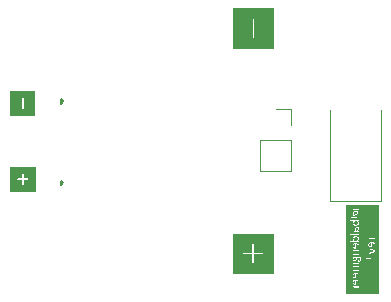
<source format=gbr>
%TF.GenerationSoftware,KiCad,Pcbnew,(7.0.0)*%
%TF.CreationDate,2023-03-03T15:02:14-06:00*%
%TF.ProjectId,Banana to USB Adapter,42616e61-6e61-4207-946f-205553422041,rev?*%
%TF.SameCoordinates,Original*%
%TF.FileFunction,Legend,Bot*%
%TF.FilePolarity,Positive*%
%FSLAX46Y46*%
G04 Gerber Fmt 4.6, Leading zero omitted, Abs format (unit mm)*
G04 Created by KiCad (PCBNEW (7.0.0)) date 2023-03-03 15:02:14*
%MOMM*%
%LPD*%
G01*
G04 APERTURE LIST*
%ADD10C,0.150000*%
%ADD11C,0.120000*%
G04 APERTURE END LIST*
D10*
X131725000Y-95925000D02*
X131725000Y-96275000D01*
X131725000Y-95950000D02*
X131725000Y-95925000D01*
X131725000Y-103175000D02*
X131900000Y-103000000D01*
X131725000Y-96275000D02*
X131900000Y-96100000D01*
X131725000Y-95925000D02*
X131900000Y-96100000D01*
X131725000Y-102825000D02*
X131725000Y-103175000D01*
X131725000Y-102850000D02*
X131725000Y-102825000D01*
X131725000Y-102825000D02*
X131900000Y-103000000D01*
G36*
X149748409Y-110683219D02*
G01*
X146275791Y-110683219D01*
X146275791Y-108986486D01*
X147160325Y-108986486D01*
X147178621Y-109026550D01*
X147215673Y-109050362D01*
X147924599Y-109050362D01*
X147924599Y-109748048D01*
X147933842Y-109779526D01*
X147967128Y-109808368D01*
X148010723Y-109814636D01*
X148050787Y-109796340D01*
X148074599Y-109759288D01*
X148074599Y-109050362D01*
X148772286Y-109050362D01*
X148803764Y-109041119D01*
X148832606Y-109007833D01*
X148838874Y-108964238D01*
X148820578Y-108924174D01*
X148783526Y-108900362D01*
X148074599Y-108900362D01*
X148074599Y-108202675D01*
X148065356Y-108171197D01*
X148032070Y-108142355D01*
X147988475Y-108136087D01*
X147948411Y-108154383D01*
X147924599Y-108191435D01*
X147924599Y-108900362D01*
X147226913Y-108900362D01*
X147195435Y-108909605D01*
X147166593Y-108942891D01*
X147160325Y-108986486D01*
X146275791Y-108986486D01*
X146275791Y-107286791D01*
X149748409Y-107286791D01*
X149748409Y-110683219D01*
G37*
G36*
X149710314Y-91671314D02*
G01*
X146313886Y-91671314D01*
X146313886Y-90695191D01*
X147946742Y-90695191D01*
X147955985Y-90726669D01*
X147989271Y-90755511D01*
X148032866Y-90761779D01*
X148072930Y-90743483D01*
X148096742Y-90706431D01*
X148096742Y-89149818D01*
X148087499Y-89118340D01*
X148054213Y-89089498D01*
X148010618Y-89083230D01*
X147970554Y-89101526D01*
X147946742Y-89138578D01*
X147946742Y-90695191D01*
X146313886Y-90695191D01*
X146313886Y-88198696D01*
X149710314Y-88198696D01*
X149710314Y-91671314D01*
G37*
G36*
X156612990Y-111538936D02*
G01*
X156604701Y-111539019D01*
X156596638Y-111538829D01*
X156588801Y-111538365D01*
X156577468Y-111537158D01*
X156566645Y-111535336D01*
X156556329Y-111532899D01*
X156546522Y-111529847D01*
X156537223Y-111526181D01*
X156528433Y-111521900D01*
X156520151Y-111517003D01*
X156512377Y-111511493D01*
X156507477Y-111507477D01*
X156500633Y-111500965D01*
X156494462Y-111493887D01*
X156488964Y-111486242D01*
X156484139Y-111478030D01*
X156479988Y-111469252D01*
X156476510Y-111459907D01*
X156473705Y-111449995D01*
X156471573Y-111439516D01*
X156470115Y-111428471D01*
X156469329Y-111416859D01*
X156469180Y-111408803D01*
X156469366Y-111400532D01*
X156469924Y-111392524D01*
X156471147Y-111382883D01*
X156472951Y-111373653D01*
X156475337Y-111364832D01*
X156478305Y-111356422D01*
X156481099Y-111349989D01*
X156485014Y-111342308D01*
X156489311Y-111335018D01*
X156493990Y-111328119D01*
X156499050Y-111321611D01*
X156504492Y-111315495D01*
X156510316Y-111309769D01*
X156512752Y-111307589D01*
X156519021Y-111302462D01*
X156525613Y-111297708D01*
X156532530Y-111293326D01*
X156539772Y-111289316D01*
X156547338Y-111285678D01*
X156555228Y-111282413D01*
X156558475Y-111281210D01*
X156566658Y-111278536D01*
X156574965Y-111276253D01*
X156583396Y-111274361D01*
X156591951Y-111272860D01*
X156600630Y-111271751D01*
X156609434Y-111271032D01*
X156612990Y-111270855D01*
X156612990Y-111538936D01*
G37*
G36*
X156612990Y-110981671D02*
G01*
X156604701Y-110981754D01*
X156596638Y-110981564D01*
X156588801Y-110981101D01*
X156577468Y-110979894D01*
X156566645Y-110978071D01*
X156556329Y-110975635D01*
X156546522Y-110972583D01*
X156537223Y-110968916D01*
X156528433Y-110964635D01*
X156520151Y-110959739D01*
X156512377Y-110954228D01*
X156507477Y-110950213D01*
X156500633Y-110943701D01*
X156494462Y-110936623D01*
X156488964Y-110928978D01*
X156484139Y-110920766D01*
X156479988Y-110911988D01*
X156476510Y-110902642D01*
X156473705Y-110892731D01*
X156471573Y-110882252D01*
X156470115Y-110871207D01*
X156469329Y-110859595D01*
X156469180Y-110851538D01*
X156469366Y-110843268D01*
X156469924Y-110835260D01*
X156471147Y-110825619D01*
X156472951Y-110816388D01*
X156475337Y-110807568D01*
X156478305Y-110799158D01*
X156481099Y-110792725D01*
X156485014Y-110785044D01*
X156489311Y-110777753D01*
X156493990Y-110770855D01*
X156499050Y-110764347D01*
X156504492Y-110758230D01*
X156510316Y-110752505D01*
X156512752Y-110750324D01*
X156519021Y-110745198D01*
X156525613Y-110740444D01*
X156532530Y-110736062D01*
X156539772Y-110732052D01*
X156547338Y-110728414D01*
X156555228Y-110725148D01*
X156558475Y-110723946D01*
X156566658Y-110721272D01*
X156574965Y-110718989D01*
X156583396Y-110717097D01*
X156591951Y-110715596D01*
X156600630Y-110714486D01*
X156609434Y-110713768D01*
X156612990Y-110713590D01*
X156612990Y-110981671D01*
G37*
G36*
X156999846Y-109313959D02*
G01*
X157007882Y-109315654D01*
X157015380Y-109318478D01*
X157022341Y-109322432D01*
X157028764Y-109327515D01*
X157034651Y-109333728D01*
X157040000Y-109341070D01*
X157044811Y-109349543D01*
X157049116Y-109359074D01*
X157051968Y-109366808D01*
X157054497Y-109375043D01*
X157056703Y-109383780D01*
X157058586Y-109393018D01*
X157060147Y-109402757D01*
X157061384Y-109412998D01*
X157062299Y-109423741D01*
X157062891Y-109434985D01*
X157063160Y-109446730D01*
X157063178Y-109450757D01*
X157063053Y-109460853D01*
X157062677Y-109470528D01*
X157062052Y-109479782D01*
X157061175Y-109488615D01*
X157060049Y-109497026D01*
X157058672Y-109505015D01*
X157056599Y-109514410D01*
X157055167Y-109519731D01*
X157052596Y-109528139D01*
X157049767Y-109536023D01*
X157046680Y-109543382D01*
X157042637Y-109551519D01*
X157038222Y-109558902D01*
X157034260Y-109564476D01*
X157029213Y-109570514D01*
X157022978Y-109576708D01*
X157016369Y-109581985D01*
X157009386Y-109586347D01*
X157004169Y-109588901D01*
X156996733Y-109591794D01*
X156989129Y-109593976D01*
X156981357Y-109595448D01*
X156973416Y-109596210D01*
X156968803Y-109596326D01*
X156959320Y-109595686D01*
X156950534Y-109593769D01*
X156942445Y-109590573D01*
X156935051Y-109586098D01*
X156928355Y-109580345D01*
X156922355Y-109573313D01*
X156920150Y-109570143D01*
X156916101Y-109563356D01*
X156912554Y-109555989D01*
X156909507Y-109548042D01*
X156906960Y-109539515D01*
X156904915Y-109530408D01*
X156903370Y-109520720D01*
X156902326Y-109510453D01*
X156901871Y-109502372D01*
X156901782Y-109499605D01*
X156897484Y-109371622D01*
X156902565Y-109365247D01*
X156908371Y-109358366D01*
X156914047Y-109352083D01*
X156919591Y-109346398D01*
X156923471Y-109342704D01*
X156929467Y-109337416D01*
X156936067Y-109332139D01*
X156942512Y-109327572D01*
X156946723Y-109324923D01*
X156953749Y-109321172D01*
X156961345Y-109317971D01*
X156968803Y-109315739D01*
X156977092Y-109314311D01*
X156985546Y-109313541D01*
X156991273Y-109313395D01*
X156999846Y-109313959D01*
G37*
G36*
X156583505Y-109340603D02*
G01*
X156591773Y-109341335D01*
X156599690Y-109342554D01*
X156609700Y-109344938D01*
X156619089Y-109348190D01*
X156627854Y-109352308D01*
X156635996Y-109357294D01*
X156643516Y-109363147D01*
X156648747Y-109368105D01*
X156655021Y-109375390D01*
X156660458Y-109383370D01*
X156665059Y-109392047D01*
X156668824Y-109401420D01*
X156671098Y-109408906D01*
X156672902Y-109416784D01*
X156674235Y-109425054D01*
X156675098Y-109433715D01*
X156675490Y-109442767D01*
X156675516Y-109445872D01*
X156675316Y-109454066D01*
X156674714Y-109461916D01*
X156673464Y-109470882D01*
X156671637Y-109479355D01*
X156669233Y-109487332D01*
X156667309Y-109492376D01*
X156664012Y-109499602D01*
X156659610Y-109507408D01*
X156654609Y-109514541D01*
X156649009Y-109521000D01*
X156644644Y-109525202D01*
X156638103Y-109530526D01*
X156631132Y-109535215D01*
X156623731Y-109539267D01*
X156615899Y-109542684D01*
X156611231Y-109544351D01*
X156602864Y-109546863D01*
X156594348Y-109548759D01*
X156585682Y-109550037D01*
X156576866Y-109550698D01*
X156571762Y-109550799D01*
X156562865Y-109550555D01*
X156554345Y-109549823D01*
X156546204Y-109548604D01*
X156538441Y-109546897D01*
X156528677Y-109543862D01*
X156519585Y-109539960D01*
X156511165Y-109535192D01*
X156503416Y-109529556D01*
X156496339Y-109523053D01*
X156489974Y-109515750D01*
X156484457Y-109507714D01*
X156479789Y-109498946D01*
X156475969Y-109489445D01*
X156473662Y-109481838D01*
X156471832Y-109473819D01*
X156470479Y-109465389D01*
X156469604Y-109456545D01*
X156469206Y-109447290D01*
X156469180Y-109444113D01*
X156469385Y-109436037D01*
X156470172Y-109426787D01*
X156471551Y-109418017D01*
X156473520Y-109409728D01*
X156476080Y-109401920D01*
X156477581Y-109398196D01*
X156480959Y-109391102D01*
X156485472Y-109383416D01*
X156490603Y-109376367D01*
X156496350Y-109369953D01*
X156500833Y-109365760D01*
X156507469Y-109360436D01*
X156514554Y-109355748D01*
X156522087Y-109351695D01*
X156530069Y-109348279D01*
X156534832Y-109346612D01*
X156543294Y-109344175D01*
X156551924Y-109342337D01*
X156560722Y-109341098D01*
X156569689Y-109340457D01*
X156574888Y-109340359D01*
X156583505Y-109340603D01*
G37*
G36*
X156612990Y-108464211D02*
G01*
X156604701Y-108464294D01*
X156596638Y-108464104D01*
X156588801Y-108463641D01*
X156577468Y-108462434D01*
X156566645Y-108460612D01*
X156556329Y-108458175D01*
X156546522Y-108455123D01*
X156537223Y-108451457D01*
X156528433Y-108447175D01*
X156520151Y-108442279D01*
X156512377Y-108436768D01*
X156507477Y-108432753D01*
X156500633Y-108426241D01*
X156494462Y-108419163D01*
X156488964Y-108411518D01*
X156484139Y-108403306D01*
X156479988Y-108394528D01*
X156476510Y-108385183D01*
X156473705Y-108375271D01*
X156471573Y-108364792D01*
X156470115Y-108353747D01*
X156469329Y-108342135D01*
X156469180Y-108334079D01*
X156469366Y-108325808D01*
X156469924Y-108317800D01*
X156471147Y-108308159D01*
X156472951Y-108298928D01*
X156475337Y-108290108D01*
X156478305Y-108281698D01*
X156481099Y-108275265D01*
X156485014Y-108267584D01*
X156489311Y-108260294D01*
X156493990Y-108253395D01*
X156499050Y-108246887D01*
X156504492Y-108240770D01*
X156510316Y-108235045D01*
X156512752Y-108232864D01*
X156519021Y-108227738D01*
X156525613Y-108222984D01*
X156532530Y-108218602D01*
X156539772Y-108214592D01*
X156547338Y-108210954D01*
X156555228Y-108207688D01*
X156558475Y-108206486D01*
X156566658Y-108203812D01*
X156574965Y-108201529D01*
X156583396Y-108199637D01*
X156591951Y-108198136D01*
X156600630Y-108197026D01*
X156609434Y-108196308D01*
X156612990Y-108196130D01*
X156612990Y-108464211D01*
G37*
G36*
X157956990Y-108364952D02*
G01*
X157948701Y-108365035D01*
X157940638Y-108364845D01*
X157932801Y-108364381D01*
X157921468Y-108363174D01*
X157910645Y-108361352D01*
X157900329Y-108358915D01*
X157890522Y-108355863D01*
X157881223Y-108352197D01*
X157872433Y-108347916D01*
X157864151Y-108343020D01*
X157856377Y-108337509D01*
X157851477Y-108333493D01*
X157844633Y-108326982D01*
X157838462Y-108319903D01*
X157832964Y-108312258D01*
X157828139Y-108304047D01*
X157823988Y-108295268D01*
X157820510Y-108285923D01*
X157817705Y-108276011D01*
X157815573Y-108265533D01*
X157814115Y-108254487D01*
X157813329Y-108242875D01*
X157813180Y-108234819D01*
X157813366Y-108226548D01*
X157813924Y-108218540D01*
X157815147Y-108208899D01*
X157816951Y-108199669D01*
X157819337Y-108190848D01*
X157822305Y-108182438D01*
X157825099Y-108176005D01*
X157829014Y-108168324D01*
X157833311Y-108161034D01*
X157837990Y-108154135D01*
X157843050Y-108147627D01*
X157848492Y-108141511D01*
X157854316Y-108135785D01*
X157856752Y-108133605D01*
X157863021Y-108128479D01*
X157869613Y-108123724D01*
X157876530Y-108119342D01*
X157883772Y-108115332D01*
X157891338Y-108111694D01*
X157899228Y-108108429D01*
X157902475Y-108107227D01*
X157910658Y-108104552D01*
X157918965Y-108102269D01*
X157927396Y-108100377D01*
X157935951Y-108098876D01*
X157944630Y-108097767D01*
X157953434Y-108097048D01*
X157956990Y-108096871D01*
X157956990Y-108364952D01*
G37*
G36*
X156677934Y-107607691D02*
G01*
X156687337Y-107607957D01*
X156696692Y-107608399D01*
X156705997Y-107609019D01*
X156715254Y-107609816D01*
X156724462Y-107610790D01*
X156733621Y-107611941D01*
X156742732Y-107613269D01*
X156751646Y-107614866D01*
X156760317Y-107616725D01*
X156768743Y-107618847D01*
X156776926Y-107621231D01*
X156784863Y-107623878D01*
X156792557Y-107626788D01*
X156800006Y-107629960D01*
X156807212Y-107633395D01*
X156815732Y-107638081D01*
X156823709Y-107643225D01*
X156831143Y-107648828D01*
X156838032Y-107654888D01*
X156844378Y-107661406D01*
X156850179Y-107668382D01*
X156852348Y-107671301D01*
X156857245Y-107678985D01*
X156861312Y-107687261D01*
X156864549Y-107696128D01*
X156866956Y-107705587D01*
X156868285Y-107713580D01*
X156869081Y-107721951D01*
X156869347Y-107730701D01*
X156869113Y-107738576D01*
X156868274Y-107747394D01*
X156866823Y-107756015D01*
X156864763Y-107764442D01*
X156864462Y-107765481D01*
X156861507Y-107773932D01*
X156858240Y-107781407D01*
X156854337Y-107788956D01*
X156849798Y-107796580D01*
X156847658Y-107799871D01*
X156843015Y-107806520D01*
X156837876Y-107813280D01*
X156832243Y-107820149D01*
X156826116Y-107827128D01*
X156820632Y-107833028D01*
X156817177Y-107836605D01*
X156811105Y-107842702D01*
X156804614Y-107848905D01*
X156797702Y-107855212D01*
X156790371Y-107861624D01*
X156784204Y-107866830D01*
X156777768Y-107872102D01*
X156771064Y-107877442D01*
X156570785Y-107877442D01*
X156562259Y-107870540D01*
X156554122Y-107863683D01*
X156546373Y-107856870D01*
X156539012Y-107850102D01*
X156532039Y-107843379D01*
X156525454Y-107836700D01*
X156519257Y-107830066D01*
X156513449Y-107823477D01*
X156508028Y-107816932D01*
X156502996Y-107810432D01*
X156499856Y-107806123D01*
X156494132Y-107797526D01*
X156489171Y-107788831D01*
X156484973Y-107780038D01*
X156481538Y-107771148D01*
X156478867Y-107762160D01*
X156476959Y-107753074D01*
X156475814Y-107743890D01*
X156475432Y-107734609D01*
X156475695Y-107726079D01*
X156476482Y-107717878D01*
X156477795Y-107710008D01*
X156480175Y-107700633D01*
X156483375Y-107691773D01*
X156487395Y-107683429D01*
X156492236Y-107675600D01*
X156497689Y-107668304D01*
X156503666Y-107661438D01*
X156510168Y-107655000D01*
X156517195Y-107648993D01*
X156524746Y-107643414D01*
X156532822Y-107638265D01*
X156536200Y-107636326D01*
X156543152Y-107632692D01*
X156550329Y-107629316D01*
X156557733Y-107626196D01*
X156565362Y-107623332D01*
X156573218Y-107620725D01*
X156581299Y-107618374D01*
X156589607Y-107616279D01*
X156598140Y-107614441D01*
X156606804Y-107612839D01*
X156615505Y-107611449D01*
X156624243Y-107610274D01*
X156633018Y-107609312D01*
X156641829Y-107608564D01*
X156650676Y-107608030D01*
X156659561Y-107607709D01*
X156668482Y-107607603D01*
X156677934Y-107607691D01*
G37*
G36*
X156801109Y-106812143D02*
G01*
X156809959Y-106813288D01*
X156818328Y-106815196D01*
X156826214Y-106817868D01*
X156833617Y-106821302D01*
X156840539Y-106825500D01*
X156846977Y-106830462D01*
X156852934Y-106836186D01*
X156858246Y-106842597D01*
X156862850Y-106849619D01*
X156866746Y-106857252D01*
X156869933Y-106865495D01*
X156872412Y-106874349D01*
X156874183Y-106883813D01*
X156875245Y-106893888D01*
X156875578Y-106901845D01*
X156875600Y-106904574D01*
X156875319Y-106913431D01*
X156874476Y-106922123D01*
X156873072Y-106930650D01*
X156871106Y-106939012D01*
X156868578Y-106947210D01*
X156865488Y-106955242D01*
X156861837Y-106963110D01*
X156857623Y-106970813D01*
X156852781Y-106978482D01*
X156847341Y-106986249D01*
X156841302Y-106994113D01*
X156834665Y-107002076D01*
X156829294Y-107008112D01*
X156823587Y-107014202D01*
X156817543Y-107020348D01*
X156811162Y-107026549D01*
X156804445Y-107032805D01*
X156802131Y-107034902D01*
X156697400Y-107034902D01*
X156697400Y-106957330D01*
X156697501Y-106948153D01*
X156697803Y-106939281D01*
X156698307Y-106930714D01*
X156699012Y-106922453D01*
X156699919Y-106914496D01*
X156701336Y-106904980D01*
X156703067Y-106895942D01*
X156703848Y-106892460D01*
X156705950Y-106884135D01*
X156708347Y-106876259D01*
X156711041Y-106868832D01*
X156714663Y-106860511D01*
X156718712Y-106852836D01*
X156722411Y-106846933D01*
X156727205Y-106840455D01*
X156733251Y-106833748D01*
X156739782Y-106827958D01*
X156746800Y-106823084D01*
X156752110Y-106820164D01*
X156759886Y-106816890D01*
X156768166Y-106814420D01*
X156776951Y-106812755D01*
X156784882Y-106811967D01*
X156791775Y-106811762D01*
X156801109Y-106812143D01*
G37*
G36*
X156782520Y-106261501D02*
G01*
X156790657Y-106268442D01*
X156798406Y-106275322D01*
X156805768Y-106282139D01*
X156812740Y-106288895D01*
X156819325Y-106295590D01*
X156825522Y-106302222D01*
X156831331Y-106308792D01*
X156836751Y-106315301D01*
X156841783Y-106321748D01*
X156844923Y-106326012D01*
X156850647Y-106334557D01*
X156855608Y-106343194D01*
X156859806Y-106351923D01*
X156863241Y-106360743D01*
X156865912Y-106369655D01*
X156867821Y-106378658D01*
X156868965Y-106387753D01*
X156869347Y-106396940D01*
X156869084Y-106405287D01*
X156868297Y-106413328D01*
X156866984Y-106421065D01*
X156864605Y-106430306D01*
X156861405Y-106439070D01*
X156857384Y-106447357D01*
X156852543Y-106455167D01*
X156847030Y-106462515D01*
X156840991Y-106469413D01*
X156834428Y-106475864D01*
X156827340Y-106481866D01*
X156819728Y-106487420D01*
X156811590Y-106492525D01*
X156808189Y-106494441D01*
X156801151Y-106498075D01*
X156793913Y-106501451D01*
X156786472Y-106504571D01*
X156778831Y-106507435D01*
X156770987Y-106510042D01*
X156762943Y-106512393D01*
X156754696Y-106514488D01*
X156746249Y-106516326D01*
X156737636Y-106517974D01*
X156728993Y-106519403D01*
X156720319Y-106520612D01*
X156711615Y-106521601D01*
X156702880Y-106522371D01*
X156694115Y-106522920D01*
X156685319Y-106523250D01*
X156676493Y-106523360D01*
X156666903Y-106523268D01*
X156657381Y-106522993D01*
X156647926Y-106522535D01*
X156638538Y-106521894D01*
X156629217Y-106521070D01*
X156619963Y-106520063D01*
X156610776Y-106518872D01*
X156601657Y-106517498D01*
X156592702Y-106515944D01*
X156584010Y-106514115D01*
X156575581Y-106512012D01*
X156567414Y-106509633D01*
X156559510Y-106506980D01*
X156551868Y-106504052D01*
X156544489Y-106500850D01*
X156537372Y-106497372D01*
X156528908Y-106492686D01*
X156520977Y-106487542D01*
X156513581Y-106481939D01*
X156506720Y-106475879D01*
X156500392Y-106469361D01*
X156494599Y-106462385D01*
X156492431Y-106459466D01*
X156487534Y-106451852D01*
X156483467Y-106443666D01*
X156480230Y-106434908D01*
X156477823Y-106425577D01*
X156476495Y-106417700D01*
X156475698Y-106409457D01*
X156475432Y-106400848D01*
X156475750Y-106392079D01*
X156476702Y-106383360D01*
X156478290Y-106374689D01*
X156480512Y-106366067D01*
X156483053Y-106358602D01*
X156486229Y-106351081D01*
X156490041Y-106343503D01*
X156494489Y-106335870D01*
X156497316Y-106331483D01*
X156501953Y-106324840D01*
X156507071Y-106318101D01*
X156512669Y-106311266D01*
X156518749Y-106304335D01*
X156524182Y-106298486D01*
X156527602Y-106294944D01*
X156533632Y-106288959D01*
X156540120Y-106282850D01*
X156547066Y-106276617D01*
X156554469Y-106270260D01*
X156560722Y-106265085D01*
X156567267Y-106259831D01*
X156574106Y-106254497D01*
X156773995Y-106254497D01*
X156782520Y-106261501D01*
G37*
G36*
X156699262Y-105453020D02*
G01*
X156708367Y-105453698D01*
X156716897Y-105454828D01*
X156724853Y-105456409D01*
X156733991Y-105459022D01*
X156742232Y-105462340D01*
X156749577Y-105466364D01*
X156750938Y-105467254D01*
X156757130Y-105472325D01*
X156762272Y-105478378D01*
X156766365Y-105485415D01*
X156769409Y-105493433D01*
X156771403Y-105502435D01*
X156772243Y-105510344D01*
X156772431Y-105516688D01*
X156772012Y-105524928D01*
X156770752Y-105533282D01*
X156768901Y-105540898D01*
X156768133Y-105543457D01*
X156765234Y-105551369D01*
X156762034Y-105558584D01*
X156758249Y-105565969D01*
X156754455Y-105572571D01*
X156750166Y-105579409D01*
X156745335Y-105586414D01*
X156739961Y-105593589D01*
X156734924Y-105599872D01*
X156730422Y-105605202D01*
X156724594Y-105611847D01*
X156718396Y-105618739D01*
X156712947Y-105624672D01*
X156707241Y-105630776D01*
X156701277Y-105637052D01*
X156695055Y-105643499D01*
X156553004Y-105669878D01*
X156544611Y-105664632D01*
X156536725Y-105659351D01*
X156529346Y-105654032D01*
X156522473Y-105648677D01*
X156516108Y-105643286D01*
X156510249Y-105637857D01*
X156503638Y-105631020D01*
X156500052Y-105626891D01*
X156494761Y-105619904D01*
X156490366Y-105612622D01*
X156486868Y-105605044D01*
X156484268Y-105597170D01*
X156482564Y-105589000D01*
X156481757Y-105580534D01*
X156481685Y-105577065D01*
X156482076Y-105568570D01*
X156483251Y-105560377D01*
X156485209Y-105552487D01*
X156487950Y-105544899D01*
X156491474Y-105537612D01*
X156492822Y-105535251D01*
X156497159Y-105528455D01*
X156501963Y-105521989D01*
X156507234Y-105515852D01*
X156512972Y-105510045D01*
X156519178Y-105504568D01*
X156521350Y-105502815D01*
X156528036Y-105497831D01*
X156535052Y-105493134D01*
X156542397Y-105488726D01*
X156550073Y-105484607D01*
X156558078Y-105480776D01*
X156560819Y-105479564D01*
X156569141Y-105476097D01*
X156577544Y-105472877D01*
X156586030Y-105469905D01*
X156594598Y-105467180D01*
X156603249Y-105464703D01*
X156606151Y-105463932D01*
X156614756Y-105461784D01*
X156623278Y-105459884D01*
X156631719Y-105458230D01*
X156640076Y-105456825D01*
X156648352Y-105455666D01*
X156651092Y-105455335D01*
X156659053Y-105454471D01*
X156667908Y-105453690D01*
X156676294Y-105453152D01*
X156684214Y-105452857D01*
X156689584Y-105452795D01*
X156699262Y-105453020D01*
G37*
G36*
X158630791Y-112393868D02*
G01*
X155832894Y-112393868D01*
X155832894Y-111982481D01*
X156397274Y-111982481D01*
X156397495Y-111990658D01*
X156398056Y-111998698D01*
X156399002Y-112006846D01*
X156400349Y-112014613D01*
X156400987Y-112017651D01*
X156402830Y-112025393D01*
X156405031Y-112032937D01*
X156405872Y-112035432D01*
X156408949Y-112042961D01*
X156411343Y-112046765D01*
X156416618Y-112051064D01*
X156422871Y-112053018D01*
X156430819Y-112054067D01*
X156433813Y-112054190D01*
X156441750Y-112054471D01*
X156449769Y-112054571D01*
X156453548Y-112054581D01*
X156461965Y-112054499D01*
X156469906Y-112054223D01*
X156473674Y-112053995D01*
X156481635Y-112052964D01*
X156486374Y-112051650D01*
X156493248Y-112047705D01*
X156493408Y-112047547D01*
X156495949Y-112040708D01*
X156494398Y-112032679D01*
X156493408Y-112029961D01*
X156490613Y-112022371D01*
X156488524Y-112015698D01*
X156486228Y-112007898D01*
X156484241Y-111999766D01*
X156483834Y-111997917D01*
X156482443Y-111989562D01*
X156481788Y-111981392D01*
X156481685Y-111976423D01*
X156482257Y-111967913D01*
X156483975Y-111959479D01*
X156486499Y-111951954D01*
X156487547Y-111949459D01*
X156491337Y-111941971D01*
X156495718Y-111935108D01*
X156501052Y-111928049D01*
X156506500Y-111921713D01*
X156512648Y-111915312D01*
X156518588Y-111909707D01*
X156525146Y-111903992D01*
X156532322Y-111898166D01*
X156538774Y-111893228D01*
X156541475Y-111891231D01*
X156548496Y-111886200D01*
X156556004Y-111880996D01*
X156563998Y-111875621D01*
X156570744Y-111871197D01*
X156577801Y-111866663D01*
X156585170Y-111862020D01*
X156592849Y-111857266D01*
X156594818Y-111856060D01*
X156918000Y-111856060D01*
X156925425Y-111853911D01*
X156930256Y-111847608D01*
X156930701Y-111846681D01*
X156933006Y-111839049D01*
X156934023Y-111833004D01*
X156934655Y-111825054D01*
X156934938Y-111817067D01*
X156935000Y-111810534D01*
X156934904Y-111802668D01*
X156934538Y-111794388D01*
X156934023Y-111788454D01*
X156932606Y-111780541D01*
X156930701Y-111774386D01*
X156926149Y-111767889D01*
X156925425Y-111767351D01*
X156918000Y-111765397D01*
X156426779Y-111765397D01*
X156419354Y-111766961D01*
X156414202Y-111773006D01*
X156413883Y-111773604D01*
X156411306Y-111781366D01*
X156410561Y-111786305D01*
X156410000Y-111794662D01*
X156409799Y-111802832D01*
X156409780Y-111806626D01*
X156409872Y-111814469D01*
X156410219Y-111822489D01*
X156410561Y-111826751D01*
X156411997Y-111834589D01*
X156413883Y-111839061D01*
X156418989Y-111845083D01*
X156419354Y-111845314D01*
X156426779Y-111847268D01*
X156498293Y-111847268D01*
X156490710Y-111852308D01*
X156483492Y-111857269D01*
X156476641Y-111862151D01*
X156470157Y-111866954D01*
X156462566Y-111872845D01*
X156455548Y-111878612D01*
X156449102Y-111884256D01*
X156447882Y-111885370D01*
X156441981Y-111890935D01*
X156435441Y-111897474D01*
X156429492Y-111903863D01*
X156424134Y-111910100D01*
X156418630Y-111917186D01*
X156417205Y-111919173D01*
X156412583Y-111926164D01*
X156408635Y-111933118D01*
X156404947Y-111941019D01*
X156402138Y-111948871D01*
X156401573Y-111950827D01*
X156399692Y-111958740D01*
X156398349Y-111966654D01*
X156397543Y-111974567D01*
X156397274Y-111982481D01*
X155832894Y-111982481D01*
X155832894Y-111412711D01*
X156397274Y-111412711D01*
X156397438Y-111423476D01*
X156397927Y-111433935D01*
X156398743Y-111444088D01*
X156399885Y-111453936D01*
X156401353Y-111463478D01*
X156403148Y-111472714D01*
X156405269Y-111481645D01*
X156407716Y-111490270D01*
X156410489Y-111498589D01*
X156413589Y-111506603D01*
X156415837Y-111511776D01*
X156419429Y-111519341D01*
X156423244Y-111526648D01*
X156427283Y-111533697D01*
X156431545Y-111540490D01*
X156436030Y-111547024D01*
X156440738Y-111553301D01*
X156447363Y-111561269D01*
X156454385Y-111568780D01*
X156461804Y-111575832D01*
X156465662Y-111579187D01*
X156473649Y-111585561D01*
X156481978Y-111591497D01*
X156490648Y-111596992D01*
X156499661Y-111602048D01*
X156509016Y-111606664D01*
X156516256Y-111609838D01*
X156523688Y-111612764D01*
X156531313Y-111615443D01*
X156539131Y-111617875D01*
X156547096Y-111620075D01*
X156555164Y-111622058D01*
X156563335Y-111623825D01*
X156571609Y-111625376D01*
X156579986Y-111626710D01*
X156588466Y-111627828D01*
X156597049Y-111628730D01*
X156605736Y-111629415D01*
X156614525Y-111629884D01*
X156623417Y-111630137D01*
X156629403Y-111630185D01*
X156645621Y-111630185D01*
X156654349Y-111629670D01*
X156662883Y-111627823D01*
X156670643Y-111624140D01*
X156675907Y-111619438D01*
X156680647Y-111612519D01*
X156683631Y-111604951D01*
X156684860Y-111596735D01*
X156684895Y-111595014D01*
X156684895Y-111270855D01*
X156692879Y-111270927D01*
X156700713Y-111271143D01*
X156710922Y-111271656D01*
X156720863Y-111272425D01*
X156730535Y-111273451D01*
X156739938Y-111274733D01*
X156749073Y-111276272D01*
X156757939Y-111278067D01*
X156762271Y-111279061D01*
X156770719Y-111281284D01*
X156778867Y-111283848D01*
X156786717Y-111286755D01*
X156794267Y-111290003D01*
X156801518Y-111293594D01*
X156808469Y-111297526D01*
X156815122Y-111301800D01*
X156821475Y-111306416D01*
X156828892Y-111312738D01*
X156835756Y-111319613D01*
X156842066Y-111327041D01*
X156846716Y-111333383D01*
X156851012Y-111340078D01*
X156854953Y-111347127D01*
X156858540Y-111354531D01*
X156859382Y-111356437D01*
X156862450Y-111364369D01*
X156865109Y-111372728D01*
X156867359Y-111381515D01*
X156869200Y-111390729D01*
X156870632Y-111400370D01*
X156871655Y-111410439D01*
X156872154Y-111418272D01*
X156872422Y-111426344D01*
X156872473Y-111431859D01*
X156872385Y-111440530D01*
X156872119Y-111448956D01*
X156871676Y-111457139D01*
X156871057Y-111465076D01*
X156870033Y-111474655D01*
X156868733Y-111483853D01*
X156867156Y-111492668D01*
X156866807Y-111494386D01*
X156864942Y-111502814D01*
X156863010Y-111510880D01*
X156861011Y-111518583D01*
X156858524Y-111527348D01*
X156855941Y-111535591D01*
X156853715Y-111542062D01*
X156850627Y-111550521D01*
X156847689Y-111558288D01*
X156844514Y-111566317D01*
X156841175Y-111574270D01*
X156840819Y-111575083D01*
X156837728Y-111582533D01*
X156835421Y-111590391D01*
X156834958Y-111594623D01*
X156836912Y-111601266D01*
X156842773Y-111605956D01*
X156850394Y-111608044D01*
X156853715Y-111608496D01*
X156862016Y-111609106D01*
X156870095Y-111609277D01*
X156870715Y-111609277D01*
X156878774Y-111609071D01*
X156883415Y-111608691D01*
X156891343Y-111607669D01*
X156892990Y-111607324D01*
X156900415Y-111604588D01*
X156906667Y-111599897D01*
X156906863Y-111599703D01*
X156911287Y-111593225D01*
X156914920Y-111586272D01*
X156917023Y-111581922D01*
X156920430Y-111573948D01*
X156923392Y-111566068D01*
X156925915Y-111558645D01*
X156928425Y-111550603D01*
X156930505Y-111543430D01*
X156932492Y-111535860D01*
X156934421Y-111527928D01*
X156936293Y-111519633D01*
X156938107Y-111510976D01*
X156939865Y-111501956D01*
X156941565Y-111492574D01*
X156942229Y-111488719D01*
X156943466Y-111480888D01*
X156944537Y-111472929D01*
X156945444Y-111464841D01*
X156946186Y-111456626D01*
X156946763Y-111448282D01*
X156947175Y-111439810D01*
X156947422Y-111431209D01*
X156947505Y-111422481D01*
X156947354Y-111411182D01*
X156946900Y-111400148D01*
X156946145Y-111389379D01*
X156945087Y-111378874D01*
X156943727Y-111368634D01*
X156942064Y-111358658D01*
X156940100Y-111348946D01*
X156937833Y-111339499D01*
X156935264Y-111330316D01*
X156932392Y-111321398D01*
X156930310Y-111315600D01*
X156926905Y-111307119D01*
X156923212Y-111298896D01*
X156919230Y-111290930D01*
X156914959Y-111283222D01*
X156910400Y-111275772D01*
X156905553Y-111268579D01*
X156900417Y-111261644D01*
X156894993Y-111254967D01*
X156889280Y-111248547D01*
X156883278Y-111242384D01*
X156879117Y-111238419D01*
X156872591Y-111232691D01*
X156865763Y-111227231D01*
X156858632Y-111222039D01*
X156851200Y-111217115D01*
X156843465Y-111212459D01*
X156835428Y-111208070D01*
X156827088Y-111203950D01*
X156818447Y-111200097D01*
X156809503Y-111196513D01*
X156800257Y-111193196D01*
X156793925Y-111191134D01*
X156784180Y-111188305D01*
X156774143Y-111185755D01*
X156763815Y-111183483D01*
X156753194Y-111181489D01*
X156742282Y-111179774D01*
X156731077Y-111178336D01*
X156719581Y-111177177D01*
X156711754Y-111176559D01*
X156703798Y-111176064D01*
X156695712Y-111175693D01*
X156687497Y-111175446D01*
X156679151Y-111175322D01*
X156674930Y-111175307D01*
X156666921Y-111175371D01*
X156659014Y-111175563D01*
X156647346Y-111176092D01*
X156635908Y-111176910D01*
X156624700Y-111178016D01*
X156613722Y-111179410D01*
X156602975Y-111181093D01*
X156592457Y-111183065D01*
X156582170Y-111185325D01*
X156572113Y-111187873D01*
X156562285Y-111190710D01*
X156559061Y-111191720D01*
X156549526Y-111194926D01*
X156540266Y-111198390D01*
X156531281Y-111202111D01*
X156522571Y-111206091D01*
X156514135Y-111210327D01*
X156505975Y-111214821D01*
X156498089Y-111219573D01*
X156490478Y-111224583D01*
X156483141Y-111229850D01*
X156476079Y-111235374D01*
X156471524Y-111239201D01*
X156464931Y-111245139D01*
X156458633Y-111251304D01*
X156452630Y-111257696D01*
X156446923Y-111264315D01*
X156441511Y-111271160D01*
X156436395Y-111278232D01*
X156431573Y-111285531D01*
X156427048Y-111293056D01*
X156422817Y-111300808D01*
X156418882Y-111308787D01*
X156416423Y-111314232D01*
X156413001Y-111322568D01*
X156409916Y-111331089D01*
X156407167Y-111339796D01*
X156404754Y-111348689D01*
X156402679Y-111357766D01*
X156400940Y-111367030D01*
X156399537Y-111376479D01*
X156398471Y-111386113D01*
X156397742Y-111395932D01*
X156397349Y-111405938D01*
X156397317Y-111408803D01*
X156397274Y-111412711D01*
X155832894Y-111412711D01*
X155832894Y-110855446D01*
X156397274Y-110855446D01*
X156397438Y-110866211D01*
X156397927Y-110876670D01*
X156398743Y-110886824D01*
X156399885Y-110896671D01*
X156401353Y-110906214D01*
X156403148Y-110915450D01*
X156405269Y-110924381D01*
X156407716Y-110933006D01*
X156410489Y-110941325D01*
X156413589Y-110949339D01*
X156415837Y-110954511D01*
X156419429Y-110962076D01*
X156423244Y-110969383D01*
X156427283Y-110976433D01*
X156431545Y-110983225D01*
X156436030Y-110989759D01*
X156440738Y-110996036D01*
X156447363Y-111004005D01*
X156454385Y-111011515D01*
X156461804Y-111018568D01*
X156465662Y-111021922D01*
X156473649Y-111028297D01*
X156481978Y-111034232D01*
X156490648Y-111039728D01*
X156499661Y-111044783D01*
X156509016Y-111049400D01*
X156516256Y-111052573D01*
X156523688Y-111055500D01*
X156531313Y-111058179D01*
X156539131Y-111060610D01*
X156547096Y-111062810D01*
X156555164Y-111064794D01*
X156563335Y-111066561D01*
X156571609Y-111068112D01*
X156579986Y-111069446D01*
X156588466Y-111070564D01*
X156597049Y-111071466D01*
X156605736Y-111072151D01*
X156614525Y-111072620D01*
X156623417Y-111072872D01*
X156629403Y-111072920D01*
X156645621Y-111072920D01*
X156654349Y-111072406D01*
X156662883Y-111070559D01*
X156670643Y-111066875D01*
X156675907Y-111062173D01*
X156680647Y-111055255D01*
X156683631Y-111047687D01*
X156684860Y-111039470D01*
X156684895Y-111037749D01*
X156684895Y-110713590D01*
X156692879Y-110713662D01*
X156700713Y-110713879D01*
X156710922Y-110714391D01*
X156720863Y-110715161D01*
X156730535Y-110716187D01*
X156739938Y-110717469D01*
X156749073Y-110719008D01*
X156757939Y-110720803D01*
X156762271Y-110721797D01*
X156770719Y-110724019D01*
X156778867Y-110726584D01*
X156786717Y-110729490D01*
X156794267Y-110732739D01*
X156801518Y-110736329D01*
X156808469Y-110740261D01*
X156815122Y-110744536D01*
X156821475Y-110749152D01*
X156828892Y-110755474D01*
X156835756Y-110762349D01*
X156842066Y-110769777D01*
X156846716Y-110776118D01*
X156851012Y-110782813D01*
X156854953Y-110789863D01*
X156858540Y-110797267D01*
X156859382Y-110799173D01*
X156862450Y-110807105D01*
X156865109Y-110815464D01*
X156867359Y-110824250D01*
X156869200Y-110833464D01*
X156870632Y-110843106D01*
X156871655Y-110853175D01*
X156872154Y-110861007D01*
X156872422Y-110869080D01*
X156872473Y-110874595D01*
X156872385Y-110883266D01*
X156872119Y-110891692D01*
X156871676Y-110899874D01*
X156871057Y-110907812D01*
X156870033Y-110917391D01*
X156868733Y-110926588D01*
X156867156Y-110935404D01*
X156866807Y-110937121D01*
X156864942Y-110945549D01*
X156863010Y-110953615D01*
X156861011Y-110961318D01*
X156858524Y-110970084D01*
X156855941Y-110978327D01*
X156853715Y-110984797D01*
X156850627Y-110993256D01*
X156847689Y-111001023D01*
X156844514Y-111009053D01*
X156841175Y-111017006D01*
X156840819Y-111017819D01*
X156837728Y-111025268D01*
X156835421Y-111033127D01*
X156834958Y-111037358D01*
X156836912Y-111044002D01*
X156842773Y-111048691D01*
X156850394Y-111050780D01*
X156853715Y-111051231D01*
X156862016Y-111051841D01*
X156870095Y-111052012D01*
X156870715Y-111052013D01*
X156878774Y-111051806D01*
X156883415Y-111051427D01*
X156891343Y-111050405D01*
X156892990Y-111050059D01*
X156900415Y-111047324D01*
X156906667Y-111042633D01*
X156906863Y-111042439D01*
X156911287Y-111035961D01*
X156914920Y-111029007D01*
X156917023Y-111024658D01*
X156920430Y-111016683D01*
X156923392Y-111008804D01*
X156925915Y-111001380D01*
X156928425Y-110993339D01*
X156930505Y-110986165D01*
X156932492Y-110978595D01*
X156934421Y-110970663D01*
X156936293Y-110962369D01*
X156938107Y-110953711D01*
X156939865Y-110944692D01*
X156941565Y-110935309D01*
X156942229Y-110931455D01*
X156943466Y-110923624D01*
X156944537Y-110915664D01*
X156945444Y-110907577D01*
X156946186Y-110899361D01*
X156946763Y-110891017D01*
X156947175Y-110882545D01*
X156947422Y-110873945D01*
X156947505Y-110865216D01*
X156947354Y-110853918D01*
X156946900Y-110842884D01*
X156946145Y-110832114D01*
X156945087Y-110821610D01*
X156943727Y-110811369D01*
X156942064Y-110801393D01*
X156940100Y-110791682D01*
X156937833Y-110782235D01*
X156935264Y-110773052D01*
X156932392Y-110764134D01*
X156930310Y-110758335D01*
X156926905Y-110749855D01*
X156923212Y-110741631D01*
X156919230Y-110733666D01*
X156914959Y-110725958D01*
X156910400Y-110718508D01*
X156905553Y-110711315D01*
X156900417Y-110704380D01*
X156894993Y-110697702D01*
X156889280Y-110691282D01*
X156883278Y-110685120D01*
X156879117Y-110681155D01*
X156872591Y-110675427D01*
X156865763Y-110669967D01*
X156858632Y-110664775D01*
X156851200Y-110659851D01*
X156843465Y-110655194D01*
X156835428Y-110650806D01*
X156827088Y-110646685D01*
X156818447Y-110642833D01*
X156809503Y-110639248D01*
X156800257Y-110635932D01*
X156793925Y-110633869D01*
X156784180Y-110631041D01*
X156774143Y-110628491D01*
X156763815Y-110626218D01*
X156753194Y-110624225D01*
X156742282Y-110622509D01*
X156731077Y-110621072D01*
X156719581Y-110619912D01*
X156711754Y-110619294D01*
X156703798Y-110618800D01*
X156695712Y-110618429D01*
X156687497Y-110618181D01*
X156679151Y-110618058D01*
X156674930Y-110618042D01*
X156666921Y-110618106D01*
X156659014Y-110618299D01*
X156647346Y-110618828D01*
X156635908Y-110619645D01*
X156624700Y-110620751D01*
X156613722Y-110622146D01*
X156602975Y-110623829D01*
X156592457Y-110625800D01*
X156582170Y-110628060D01*
X156572113Y-110630609D01*
X156562285Y-110633446D01*
X156559061Y-110634455D01*
X156549526Y-110637662D01*
X156540266Y-110641126D01*
X156531281Y-110644847D01*
X156522571Y-110648826D01*
X156514135Y-110653063D01*
X156505975Y-110657557D01*
X156498089Y-110662309D01*
X156490478Y-110667318D01*
X156483141Y-110672585D01*
X156476079Y-110678110D01*
X156471524Y-110681936D01*
X156464931Y-110687875D01*
X156458633Y-110694040D01*
X156452630Y-110700432D01*
X156446923Y-110707050D01*
X156441511Y-110713896D01*
X156436395Y-110720968D01*
X156431573Y-110728266D01*
X156427048Y-110735792D01*
X156422817Y-110743544D01*
X156418882Y-110751523D01*
X156416423Y-110756968D01*
X156413001Y-110765304D01*
X156409916Y-110773825D01*
X156407167Y-110782532D01*
X156404754Y-110791424D01*
X156402679Y-110800502D01*
X156400940Y-110809765D01*
X156399537Y-110819214D01*
X156398471Y-110828848D01*
X156397742Y-110838668D01*
X156397349Y-110848673D01*
X156397317Y-110851538D01*
X156397274Y-110855446D01*
X155832894Y-110855446D01*
X155832894Y-110311273D01*
X156397274Y-110311273D01*
X156397422Y-110320438D01*
X156397865Y-110329321D01*
X156398604Y-110337923D01*
X156399637Y-110346243D01*
X156400967Y-110354281D01*
X156402591Y-110362038D01*
X156405217Y-110371942D01*
X156408368Y-110381345D01*
X156412044Y-110390248D01*
X156414078Y-110394511D01*
X156418456Y-110402761D01*
X156423189Y-110410607D01*
X156428275Y-110418050D01*
X156433715Y-110425090D01*
X156439510Y-110431728D01*
X156445659Y-110437962D01*
X156452162Y-110443793D01*
X156459019Y-110449222D01*
X156466203Y-110454262D01*
X156473686Y-110458930D01*
X156481468Y-110463226D01*
X156489549Y-110467149D01*
X156497930Y-110470700D01*
X156506610Y-110473878D01*
X156515589Y-110476684D01*
X156524867Y-110479117D01*
X156534533Y-110481269D01*
X156544675Y-110483135D01*
X156552594Y-110484345D01*
X156560781Y-110485395D01*
X156569236Y-110486283D01*
X156577959Y-110487009D01*
X156586950Y-110487574D01*
X156596209Y-110487978D01*
X156605735Y-110488220D01*
X156615530Y-110488300D01*
X156918000Y-110488300D01*
X156925425Y-110486151D01*
X156930256Y-110479848D01*
X156930701Y-110478922D01*
X156933006Y-110471289D01*
X156934023Y-110465244D01*
X156934655Y-110457358D01*
X156934938Y-110449527D01*
X156935000Y-110443164D01*
X156934904Y-110435093D01*
X156934538Y-110426667D01*
X156934023Y-110420694D01*
X156932606Y-110412829D01*
X156930701Y-110406821D01*
X156926149Y-110400367D01*
X156925425Y-110399787D01*
X156917805Y-110397638D01*
X156627058Y-110397638D01*
X156616717Y-110397534D01*
X156606896Y-110397222D01*
X156597593Y-110396703D01*
X156588810Y-110395977D01*
X156580545Y-110395042D01*
X156572800Y-110393901D01*
X156563847Y-110392181D01*
X156558866Y-110390994D01*
X156550921Y-110388770D01*
X156543329Y-110386250D01*
X156534685Y-110382836D01*
X156526550Y-110378996D01*
X156518923Y-110374731D01*
X156514120Y-110371650D01*
X156507395Y-110366693D01*
X156501288Y-110361200D01*
X156495800Y-110355171D01*
X156490929Y-110348606D01*
X156486677Y-110341505D01*
X156485397Y-110339019D01*
X156482011Y-110331319D01*
X156479325Y-110323165D01*
X156477340Y-110314558D01*
X156476055Y-110305497D01*
X156475520Y-110297600D01*
X156475432Y-110292711D01*
X156475811Y-110284165D01*
X156476946Y-110275626D01*
X156478839Y-110267093D01*
X156481489Y-110258566D01*
X156484897Y-110250045D01*
X156489061Y-110241530D01*
X156493982Y-110233021D01*
X156499661Y-110224518D01*
X156504403Y-110218113D01*
X156509544Y-110211645D01*
X156515083Y-110205116D01*
X156521020Y-110198525D01*
X156527356Y-110191872D01*
X156534090Y-110185157D01*
X156541223Y-110178380D01*
X156548754Y-110171542D01*
X156556683Y-110164642D01*
X156565011Y-110157680D01*
X156570785Y-110153004D01*
X156917805Y-110153004D01*
X156925425Y-110150855D01*
X156930256Y-110144552D01*
X156930701Y-110143625D01*
X156933006Y-110135992D01*
X156934023Y-110129947D01*
X156934655Y-110121997D01*
X156934938Y-110114011D01*
X156935000Y-110107477D01*
X156934904Y-110099612D01*
X156934538Y-110091332D01*
X156934023Y-110085397D01*
X156932606Y-110077484D01*
X156930701Y-110071329D01*
X156926149Y-110064832D01*
X156925425Y-110064295D01*
X156918000Y-110062341D01*
X156426779Y-110062341D01*
X156419354Y-110063904D01*
X156414202Y-110069949D01*
X156413883Y-110070548D01*
X156411306Y-110078309D01*
X156410561Y-110083248D01*
X156410000Y-110091606D01*
X156409799Y-110099776D01*
X156409780Y-110103569D01*
X156409872Y-110111413D01*
X156410219Y-110119433D01*
X156410561Y-110123695D01*
X156411997Y-110131533D01*
X156413883Y-110136005D01*
X156418989Y-110142027D01*
X156419354Y-110142257D01*
X156426779Y-110144211D01*
X156491650Y-110144211D01*
X156485646Y-110149436D01*
X156477024Y-110157269D01*
X156468862Y-110165094D01*
X156461160Y-110172912D01*
X156453919Y-110180724D01*
X156447138Y-110188529D01*
X156440817Y-110196326D01*
X156434956Y-110204117D01*
X156429556Y-110211902D01*
X156424616Y-110219679D01*
X156420136Y-110227449D01*
X156416050Y-110235258D01*
X156412366Y-110243077D01*
X156409085Y-110250906D01*
X156406205Y-110258746D01*
X156403726Y-110266596D01*
X156401650Y-110274456D01*
X156399976Y-110282326D01*
X156398703Y-110290207D01*
X156397833Y-110298098D01*
X156397364Y-110306000D01*
X156397274Y-110311273D01*
X155832894Y-110311273D01*
X155832894Y-109851706D01*
X156200317Y-109851706D01*
X156200594Y-109861167D01*
X156201424Y-109869646D01*
X156203150Y-109878524D01*
X156205674Y-109885986D01*
X156209625Y-109892904D01*
X156211650Y-109895279D01*
X156218574Y-109900493D01*
X156226697Y-109903834D01*
X156235192Y-109905789D01*
X156243352Y-109906779D01*
X156252495Y-109907186D01*
X156254441Y-109907198D01*
X156263959Y-109906902D01*
X156272485Y-109906015D01*
X156281406Y-109904169D01*
X156288898Y-109901472D01*
X156295833Y-109897248D01*
X156298210Y-109895083D01*
X156303253Y-109887756D01*
X156306484Y-109879261D01*
X156308376Y-109870432D01*
X156309333Y-109861982D01*
X156309727Y-109852541D01*
X156309735Y-109851120D01*
X156409780Y-109851120D01*
X156409894Y-109859191D01*
X156410334Y-109867618D01*
X156410952Y-109873590D01*
X156412271Y-109881406D01*
X156414274Y-109887268D01*
X156418735Y-109893754D01*
X156419745Y-109894497D01*
X156426779Y-109896647D01*
X156918000Y-109896647D01*
X156925425Y-109894497D01*
X156930256Y-109888194D01*
X156930701Y-109887268D01*
X156933006Y-109879635D01*
X156934023Y-109873590D01*
X156934655Y-109865640D01*
X156934938Y-109857653D01*
X156935000Y-109851120D01*
X156934904Y-109843254D01*
X156934538Y-109834975D01*
X156934023Y-109829040D01*
X156932606Y-109821127D01*
X156930701Y-109814972D01*
X156926149Y-109808475D01*
X156925425Y-109807938D01*
X156918000Y-109805984D01*
X156426779Y-109805984D01*
X156419745Y-109807938D01*
X156414687Y-109814047D01*
X156414274Y-109814972D01*
X156411972Y-109822477D01*
X156410952Y-109829040D01*
X156410193Y-109836926D01*
X156409853Y-109844757D01*
X156409780Y-109851120D01*
X156309735Y-109851120D01*
X156309738Y-109850534D01*
X156309461Y-109841067D01*
X156308631Y-109832574D01*
X156306905Y-109823667D01*
X156304381Y-109816161D01*
X156300430Y-109809175D01*
X156298405Y-109806765D01*
X156291481Y-109801636D01*
X156283358Y-109798350D01*
X156274863Y-109796427D01*
X156266703Y-109795454D01*
X156257560Y-109795053D01*
X156255614Y-109795042D01*
X156246101Y-109795337D01*
X156237589Y-109796225D01*
X156228698Y-109798070D01*
X156221249Y-109800768D01*
X156214383Y-109804991D01*
X156212041Y-109807156D01*
X156206912Y-109814483D01*
X156203626Y-109822978D01*
X156201702Y-109831808D01*
X156200729Y-109840257D01*
X156200328Y-109849699D01*
X156200317Y-109851706D01*
X155832894Y-109851706D01*
X155832894Y-109445872D01*
X156397274Y-109445872D01*
X156397391Y-109454195D01*
X156397742Y-109462313D01*
X156398325Y-109470224D01*
X156399302Y-109479193D01*
X156400596Y-109487882D01*
X156402171Y-109496309D01*
X156403989Y-109504493D01*
X156406050Y-109512433D01*
X156408354Y-109520131D01*
X156409780Y-109524421D01*
X156409780Y-109673897D01*
X156411840Y-109681617D01*
X156418023Y-109687189D01*
X156419159Y-109687770D01*
X156426650Y-109690440D01*
X156434531Y-109691800D01*
X156442859Y-109692386D01*
X156447491Y-109692460D01*
X156455601Y-109692207D01*
X156463588Y-109691300D01*
X156471648Y-109689240D01*
X156476018Y-109687184D01*
X156482029Y-109682140D01*
X156484802Y-109674407D01*
X156484811Y-109673897D01*
X156484811Y-109602969D01*
X156490585Y-109608671D01*
X156496550Y-109613811D01*
X156503960Y-109619236D01*
X156511644Y-109623849D01*
X156519603Y-109627653D01*
X156525062Y-109629738D01*
X156533404Y-109632394D01*
X156541869Y-109634501D01*
X156550458Y-109636058D01*
X156559171Y-109637065D01*
X156568007Y-109637523D01*
X156570980Y-109637554D01*
X156578844Y-109637432D01*
X156589063Y-109636890D01*
X156598976Y-109635914D01*
X156608584Y-109634506D01*
X156617886Y-109632663D01*
X156626884Y-109630387D01*
X156635576Y-109627677D01*
X156643962Y-109624534D01*
X156646011Y-109623681D01*
X156653968Y-109620075D01*
X156661618Y-109616097D01*
X156668964Y-109611746D01*
X156676004Y-109607023D01*
X156682739Y-109601928D01*
X156689169Y-109596460D01*
X156695293Y-109590619D01*
X156701113Y-109584407D01*
X156706565Y-109577904D01*
X156711688Y-109571095D01*
X156716482Y-109563982D01*
X156720945Y-109556563D01*
X156725079Y-109548839D01*
X156728883Y-109540809D01*
X156732357Y-109532474D01*
X156735502Y-109523834D01*
X156738295Y-109514923D01*
X156740717Y-109505773D01*
X156742765Y-109496384D01*
X156744441Y-109486758D01*
X156745745Y-109476894D01*
X156746676Y-109466791D01*
X156747235Y-109456451D01*
X156747409Y-109448539D01*
X156747421Y-109445872D01*
X156747230Y-109436479D01*
X156746658Y-109427229D01*
X156745704Y-109418123D01*
X156744368Y-109409159D01*
X156742651Y-109400339D01*
X156740552Y-109391662D01*
X156739605Y-109388231D01*
X156737006Y-109380044D01*
X156734217Y-109372458D01*
X156730617Y-109364148D01*
X156726743Y-109356704D01*
X156721875Y-109349113D01*
X156719675Y-109346221D01*
X156725747Y-109340988D01*
X156732315Y-109336281D01*
X156739376Y-109332099D01*
X156743513Y-109330003D01*
X156751312Y-109326981D01*
X156759759Y-109324947D01*
X156767813Y-109323970D01*
X156774190Y-109323751D01*
X156782753Y-109324601D01*
X156790662Y-109327154D01*
X156797916Y-109331408D01*
X156804516Y-109337364D01*
X156807993Y-109341531D01*
X156812550Y-109348685D01*
X156816255Y-109356662D01*
X156819108Y-109365464D01*
X156820443Y-109371622D01*
X156820835Y-109373429D01*
X156821970Y-109381966D01*
X156822452Y-109389208D01*
X156827923Y-109518363D01*
X156828342Y-109527452D01*
X156829010Y-109536352D01*
X156829929Y-109545062D01*
X156831099Y-109553583D01*
X156832518Y-109561915D01*
X156834188Y-109570057D01*
X156836109Y-109578010D01*
X156838279Y-109585774D01*
X156840697Y-109593361D01*
X156844063Y-109602475D01*
X156847811Y-109611179D01*
X156851940Y-109619473D01*
X156856451Y-109627357D01*
X156861343Y-109634830D01*
X156864462Y-109639117D01*
X156869965Y-109645952D01*
X156875850Y-109652291D01*
X156882116Y-109658134D01*
X156888764Y-109663480D01*
X156895794Y-109668331D01*
X156903205Y-109672685D01*
X156906277Y-109674288D01*
X156914171Y-109677947D01*
X156922465Y-109680986D01*
X156931161Y-109683404D01*
X156940257Y-109685203D01*
X156949754Y-109686381D01*
X156957640Y-109686877D01*
X156963722Y-109686989D01*
X156972314Y-109686766D01*
X156980795Y-109686097D01*
X156989166Y-109684983D01*
X156997428Y-109683423D01*
X157005580Y-109681417D01*
X157013621Y-109678965D01*
X157021553Y-109676068D01*
X157029375Y-109672725D01*
X157037069Y-109668921D01*
X157044518Y-109664640D01*
X157051723Y-109659884D01*
X157058684Y-109654651D01*
X157065401Y-109648942D01*
X157071873Y-109642756D01*
X157078101Y-109636094D01*
X157084085Y-109628956D01*
X157089840Y-109621373D01*
X157095284Y-109613276D01*
X157100416Y-109604666D01*
X157105237Y-109595544D01*
X157108648Y-109588366D01*
X157111884Y-109580899D01*
X157114945Y-109573143D01*
X157117831Y-109565099D01*
X157120541Y-109556767D01*
X157121406Y-109553925D01*
X157123850Y-109545243D01*
X157126054Y-109536269D01*
X157128017Y-109527002D01*
X157129740Y-109517444D01*
X157131223Y-109507594D01*
X157132465Y-109497452D01*
X157133467Y-109487018D01*
X157134228Y-109476292D01*
X157134749Y-109465275D01*
X157135030Y-109453965D01*
X157135083Y-109446263D01*
X157134992Y-109435207D01*
X157134719Y-109424460D01*
X157134264Y-109414022D01*
X157133627Y-109403893D01*
X157132808Y-109394073D01*
X157131807Y-109384562D01*
X157130623Y-109375361D01*
X157129258Y-109366469D01*
X157127711Y-109357885D01*
X157125981Y-109349611D01*
X157124727Y-109344267D01*
X157122755Y-109336522D01*
X157119917Y-109326608D01*
X157116842Y-109317163D01*
X157113527Y-109308189D01*
X157109975Y-109299684D01*
X157106185Y-109291650D01*
X157102156Y-109284086D01*
X157098161Y-109277443D01*
X157553696Y-109277443D01*
X157553825Y-109287002D01*
X157554211Y-109296333D01*
X157554855Y-109305439D01*
X157555757Y-109314317D01*
X157556916Y-109322969D01*
X157558333Y-109331395D01*
X157560007Y-109339593D01*
X157561939Y-109347565D01*
X157564129Y-109355310D01*
X157566576Y-109362829D01*
X157568351Y-109367715D01*
X157572182Y-109377225D01*
X157576349Y-109386314D01*
X157580853Y-109394982D01*
X157585692Y-109403228D01*
X157590867Y-109411053D01*
X157596377Y-109418456D01*
X157602224Y-109425439D01*
X157608406Y-109432000D01*
X157614888Y-109438197D01*
X157621632Y-109443992D01*
X157628639Y-109449384D01*
X157635908Y-109454372D01*
X157643440Y-109458958D01*
X157651234Y-109463141D01*
X157659291Y-109466920D01*
X157667611Y-109470297D01*
X157676083Y-109473274D01*
X157684696Y-109475854D01*
X157693449Y-109478036D01*
X157702342Y-109479822D01*
X157711376Y-109481212D01*
X157720550Y-109482204D01*
X157729865Y-109482799D01*
X157739321Y-109482998D01*
X157747915Y-109482903D01*
X157756503Y-109482619D01*
X157765085Y-109482146D01*
X157773661Y-109481483D01*
X157782231Y-109480632D01*
X157790795Y-109479590D01*
X157799352Y-109478360D01*
X157807904Y-109476940D01*
X157816492Y-109475215D01*
X157825257Y-109473069D01*
X157834200Y-109470502D01*
X157843319Y-109467513D01*
X157852616Y-109464102D01*
X157862089Y-109460271D01*
X157869311Y-109457121D01*
X157876632Y-109453734D01*
X157881568Y-109451344D01*
X157889049Y-109447527D01*
X157896692Y-109443405D01*
X157904496Y-109438977D01*
X157912461Y-109434244D01*
X157920588Y-109429204D01*
X157928877Y-109423860D01*
X157937326Y-109418209D01*
X157945938Y-109412253D01*
X157954710Y-109405991D01*
X157963645Y-109399423D01*
X157969690Y-109394875D01*
X157978905Y-109387774D01*
X157985191Y-109382804D01*
X157991592Y-109377644D01*
X157998107Y-109372295D01*
X158004737Y-109366757D01*
X158011481Y-109361030D01*
X158018340Y-109355113D01*
X158025313Y-109349007D01*
X158032400Y-109342711D01*
X158039602Y-109336227D01*
X158046919Y-109329553D01*
X158054350Y-109322690D01*
X158061896Y-109315637D01*
X158069556Y-109308395D01*
X158077330Y-109300964D01*
X158081260Y-109297178D01*
X158197715Y-109184631D01*
X158197715Y-109493940D01*
X158199802Y-109501764D01*
X158200256Y-109502537D01*
X158205775Y-109508233D01*
X158207876Y-109509571D01*
X158215051Y-109512792D01*
X158220381Y-109514065D01*
X158228441Y-109515091D01*
X158236536Y-109515428D01*
X158237771Y-109515433D01*
X158246079Y-109515171D01*
X158254068Y-109514310D01*
X158255552Y-109514065D01*
X158263541Y-109512156D01*
X158268644Y-109510157D01*
X158275018Y-109505468D01*
X158276459Y-109503514D01*
X158278937Y-109496033D01*
X158279000Y-109494526D01*
X158279000Y-109101588D01*
X158278381Y-109093571D01*
X158277046Y-109088106D01*
X158273251Y-109080961D01*
X158270793Y-109078141D01*
X158264079Y-109074026D01*
X158257897Y-109072083D01*
X158249835Y-109070881D01*
X158241793Y-109070387D01*
X158237381Y-109070325D01*
X158229440Y-109070435D01*
X158221217Y-109070841D01*
X158218036Y-109071106D01*
X158210123Y-109072377D01*
X158203187Y-109074624D01*
X158195994Y-109078134D01*
X158190486Y-109081462D01*
X158183842Y-109086201D01*
X158177709Y-109091389D01*
X158176808Y-109092209D01*
X158032217Y-109230157D01*
X158025859Y-109236067D01*
X158019586Y-109241826D01*
X158013397Y-109247436D01*
X158007292Y-109252896D01*
X158001270Y-109258207D01*
X157995333Y-109263368D01*
X157986584Y-109270830D01*
X157978024Y-109277954D01*
X157969654Y-109284742D01*
X157961472Y-109291194D01*
X157953479Y-109297309D01*
X157945674Y-109303087D01*
X157940577Y-109306752D01*
X157933020Y-109312057D01*
X157925590Y-109317129D01*
X157918287Y-109321968D01*
X157911112Y-109326572D01*
X157904063Y-109330943D01*
X157897142Y-109335081D01*
X157890347Y-109338985D01*
X157881486Y-109343827D01*
X157872851Y-109348254D01*
X157866522Y-109351302D01*
X157858267Y-109355042D01*
X157850207Y-109358446D01*
X157842342Y-109361514D01*
X157834673Y-109364247D01*
X157827199Y-109366643D01*
X157818132Y-109369167D01*
X157809369Y-109371166D01*
X157805950Y-109371818D01*
X157797487Y-109373282D01*
X157789196Y-109374497D01*
X157781077Y-109375465D01*
X157773130Y-109376184D01*
X157763820Y-109376720D01*
X157754757Y-109376899D01*
X157745980Y-109376624D01*
X157737382Y-109375799D01*
X157728962Y-109374426D01*
X157720721Y-109372502D01*
X157712659Y-109370029D01*
X157710011Y-109369083D01*
X157702217Y-109365978D01*
X157694807Y-109362378D01*
X157687782Y-109358284D01*
X157681142Y-109353695D01*
X157674886Y-109348612D01*
X157672886Y-109346808D01*
X157667112Y-109341118D01*
X157661804Y-109334892D01*
X157656963Y-109328130D01*
X157652590Y-109320833D01*
X157648684Y-109312999D01*
X157647485Y-109310269D01*
X157644298Y-109301829D01*
X157641770Y-109292922D01*
X157640167Y-109285142D01*
X157639022Y-109277038D01*
X157638335Y-109268610D01*
X157638106Y-109259857D01*
X157638268Y-109251565D01*
X157638754Y-109243493D01*
X157639563Y-109235641D01*
X157641029Y-109226134D01*
X157643001Y-109216971D01*
X157645479Y-109208152D01*
X157648462Y-109199676D01*
X157651741Y-109191529D01*
X157655106Y-109183697D01*
X157658557Y-109176180D01*
X157662094Y-109168978D01*
X157666451Y-109160750D01*
X157670933Y-109152977D01*
X157675414Y-109145663D01*
X157679771Y-109138817D01*
X157684698Y-109131420D01*
X157689458Y-109124658D01*
X157693403Y-109119369D01*
X157698409Y-109112342D01*
X157702302Y-109105264D01*
X157703759Y-109099439D01*
X157701414Y-109092404D01*
X157694918Y-109087895D01*
X157693989Y-109087520D01*
X157686097Y-109085382D01*
X157680116Y-109084393D01*
X157671920Y-109083725D01*
X157663824Y-109083451D01*
X157659404Y-109083416D01*
X157651247Y-109083563D01*
X157644359Y-109084003D01*
X157636416Y-109085178D01*
X157633417Y-109085956D01*
X157626060Y-109088821D01*
X157624819Y-109089474D01*
X157618592Y-109094230D01*
X157614659Y-109098266D01*
X157609512Y-109104595D01*
X157604858Y-109111109D01*
X157600150Y-109118171D01*
X157598246Y-109121127D01*
X157593658Y-109128615D01*
X157589770Y-109135659D01*
X157585923Y-109143279D01*
X157582117Y-109151477D01*
X157578977Y-109158748D01*
X157577729Y-109161769D01*
X157574635Y-109169521D01*
X157571704Y-109177512D01*
X157568934Y-109185741D01*
X157566326Y-109194208D01*
X157563881Y-109202914D01*
X157561598Y-109211858D01*
X157560730Y-109215503D01*
X157558704Y-109224795D01*
X157557021Y-109234229D01*
X157555681Y-109243807D01*
X157554685Y-109253528D01*
X157554136Y-109261408D01*
X157553806Y-109269380D01*
X157553696Y-109277443D01*
X157098161Y-109277443D01*
X157097890Y-109276993D01*
X157096786Y-109275293D01*
X157092280Y-109268830D01*
X157086338Y-109261394D01*
X157080052Y-109254675D01*
X157073423Y-109248671D01*
X157066451Y-109243382D01*
X157059135Y-109238810D01*
X157054581Y-109236409D01*
X157046782Y-109232919D01*
X157038774Y-109230021D01*
X157030555Y-109227714D01*
X157022127Y-109225998D01*
X157013489Y-109224875D01*
X157004641Y-109224342D01*
X157001043Y-109224295D01*
X156993139Y-109224501D01*
X156985330Y-109225118D01*
X156976518Y-109226327D01*
X156967830Y-109228073D01*
X156965676Y-109228594D01*
X156957189Y-109231121D01*
X156948921Y-109234211D01*
X156940874Y-109237863D01*
X156933046Y-109242076D01*
X156926282Y-109246299D01*
X156919667Y-109250934D01*
X156913202Y-109255980D01*
X156906887Y-109261438D01*
X156903346Y-109264742D01*
X156897200Y-109270836D01*
X156891073Y-109277324D01*
X156885836Y-109283197D01*
X156880613Y-109289359D01*
X156875404Y-109295809D01*
X156870770Y-109287726D01*
X156865783Y-109280330D01*
X156860443Y-109273621D01*
X156854750Y-109267599D01*
X156848704Y-109262264D01*
X156842306Y-109257616D01*
X156839647Y-109255949D01*
X156831390Y-109251566D01*
X156822886Y-109248090D01*
X156814134Y-109245521D01*
X156805136Y-109243859D01*
X156795889Y-109243103D01*
X156792752Y-109243053D01*
X156784219Y-109243266D01*
X156775912Y-109243908D01*
X156767831Y-109244976D01*
X156759975Y-109246472D01*
X156752346Y-109248396D01*
X156743126Y-109251401D01*
X156734260Y-109255074D01*
X156730812Y-109256730D01*
X156722402Y-109261167D01*
X156714269Y-109265928D01*
X156706412Y-109271013D01*
X156698832Y-109276422D01*
X156691528Y-109282156D01*
X156684502Y-109288215D01*
X156681769Y-109290729D01*
X156675355Y-109285588D01*
X156668694Y-109280791D01*
X156661784Y-109276338D01*
X156654627Y-109272228D01*
X156647222Y-109268461D01*
X156639568Y-109265038D01*
X156636437Y-109263765D01*
X156628298Y-109260950D01*
X156619634Y-109258613D01*
X156610445Y-109256752D01*
X156600732Y-109255369D01*
X156592583Y-109254605D01*
X156584099Y-109254147D01*
X156575279Y-109253995D01*
X156564962Y-109254218D01*
X156554921Y-109254886D01*
X156545154Y-109256001D01*
X156535662Y-109257561D01*
X156526445Y-109259567D01*
X156517503Y-109262018D01*
X156508835Y-109264916D01*
X156500443Y-109268259D01*
X156492303Y-109271996D01*
X156484494Y-109276074D01*
X156477014Y-109280495D01*
X156469863Y-109285258D01*
X156463043Y-109290363D01*
X156456552Y-109295809D01*
X156450391Y-109301598D01*
X156444560Y-109307728D01*
X156439012Y-109314234D01*
X156433801Y-109321052D01*
X156428925Y-109328181D01*
X156424385Y-109335621D01*
X156420181Y-109343372D01*
X156416313Y-109351436D01*
X156412781Y-109359810D01*
X156409584Y-109368496D01*
X156406699Y-109377484D01*
X156404199Y-109386668D01*
X156402083Y-109396046D01*
X156400352Y-109405621D01*
X156399006Y-109415390D01*
X156398044Y-109425356D01*
X156397467Y-109435516D01*
X156397307Y-109444113D01*
X156397274Y-109445872D01*
X155832894Y-109445872D01*
X155832894Y-108939605D01*
X156397274Y-108939605D01*
X156397422Y-108948770D01*
X156397865Y-108957653D01*
X156398604Y-108966255D01*
X156399637Y-108974575D01*
X156400967Y-108982613D01*
X156402591Y-108990370D01*
X156405217Y-109000274D01*
X156408368Y-109009677D01*
X156412044Y-109018580D01*
X156414078Y-109022843D01*
X156418456Y-109031093D01*
X156423189Y-109038939D01*
X156428275Y-109046382D01*
X156433715Y-109053423D01*
X156439510Y-109060060D01*
X156445659Y-109066294D01*
X156452162Y-109072125D01*
X156459019Y-109077554D01*
X156466203Y-109082594D01*
X156473686Y-109087262D01*
X156481468Y-109091558D01*
X156489549Y-109095481D01*
X156497930Y-109099032D01*
X156506610Y-109102210D01*
X156515589Y-109105016D01*
X156524867Y-109107449D01*
X156534533Y-109109602D01*
X156544675Y-109111467D01*
X156552594Y-109112678D01*
X156560781Y-109113727D01*
X156569236Y-109114615D01*
X156577959Y-109115341D01*
X156586950Y-109115906D01*
X156596209Y-109116310D01*
X156605735Y-109116552D01*
X156615530Y-109116633D01*
X156918000Y-109116633D01*
X156925425Y-109114483D01*
X156930256Y-109108181D01*
X156930701Y-109107254D01*
X156933006Y-109099621D01*
X156934023Y-109093576D01*
X156934655Y-109085690D01*
X156934938Y-109077859D01*
X156935000Y-109071497D01*
X156934904Y-109063425D01*
X156934538Y-109054999D01*
X156934023Y-109049026D01*
X156932606Y-109041162D01*
X156930701Y-109035153D01*
X156926149Y-109028699D01*
X156925425Y-109028119D01*
X156917805Y-109025970D01*
X156627058Y-109025970D01*
X156616717Y-109025866D01*
X156606896Y-109025554D01*
X156597593Y-109025035D01*
X156588810Y-109024309D01*
X156580545Y-109023375D01*
X156572800Y-109022233D01*
X156563847Y-109020514D01*
X156558866Y-109019326D01*
X156550921Y-109017102D01*
X156543329Y-109014583D01*
X156534685Y-109011169D01*
X156526550Y-109007329D01*
X156518923Y-109003063D01*
X156514120Y-108999982D01*
X156507395Y-108995025D01*
X156501288Y-108989532D01*
X156495800Y-108983503D01*
X156490929Y-108976938D01*
X156486677Y-108969837D01*
X156485397Y-108967351D01*
X156482011Y-108959651D01*
X156479325Y-108951497D01*
X156478791Y-108949180D01*
X157753780Y-108949180D01*
X157753849Y-108957381D01*
X157754109Y-108965703D01*
X157754366Y-108970088D01*
X157755520Y-108978207D01*
X157757101Y-108982984D01*
X157761799Y-108989237D01*
X157762377Y-108989627D01*
X157769607Y-108991581D01*
X157774296Y-108991190D01*
X157779376Y-108990409D01*
X157785434Y-108989041D01*
X157792468Y-108987087D01*
X158259265Y-108818462D01*
X158266289Y-108814967D01*
X158269230Y-108812600D01*
X158273688Y-108806009D01*
X158275287Y-108801853D01*
X158277094Y-108793842D01*
X158278059Y-108785894D01*
X158278218Y-108783877D01*
X158278663Y-108775685D01*
X158278907Y-108767075D01*
X158278996Y-108758380D01*
X158279000Y-108756326D01*
X158278938Y-108748449D01*
X158278724Y-108740376D01*
X158278304Y-108732385D01*
X158278023Y-108728776D01*
X158276909Y-108720562D01*
X158275223Y-108712769D01*
X158274701Y-108710995D01*
X158271236Y-108703591D01*
X158268644Y-108700248D01*
X158262218Y-108695618D01*
X158259265Y-108694191D01*
X157792468Y-108526152D01*
X157785018Y-108523694D01*
X157781135Y-108522439D01*
X157773710Y-108520876D01*
X157769607Y-108520681D01*
X157761986Y-108522830D01*
X157757249Y-108529293D01*
X157756906Y-108530255D01*
X157754998Y-108538071D01*
X157754366Y-108543933D01*
X157753965Y-108552203D01*
X157753800Y-108560483D01*
X157753780Y-108565035D01*
X157753842Y-108573538D01*
X157754055Y-108581789D01*
X157754513Y-108590027D01*
X157754561Y-108590632D01*
X157755637Y-108598663D01*
X157757688Y-108605482D01*
X157761954Y-108612120D01*
X157763159Y-108613102D01*
X157769976Y-108617248D01*
X157771170Y-108617792D01*
X158176222Y-108757499D01*
X158182866Y-108759648D01*
X158176222Y-108761407D01*
X157771170Y-108899160D01*
X157763968Y-108902408D01*
X157763159Y-108903067D01*
X157758388Y-108909492D01*
X157757688Y-108911079D01*
X157755454Y-108918652D01*
X157754561Y-108925342D01*
X157754055Y-108933613D01*
X157753829Y-108942122D01*
X157753780Y-108949180D01*
X156478791Y-108949180D01*
X156477340Y-108942890D01*
X156476055Y-108933829D01*
X156475520Y-108925932D01*
X156475432Y-108921043D01*
X156475811Y-108912498D01*
X156476946Y-108903958D01*
X156478839Y-108895425D01*
X156481489Y-108886898D01*
X156484897Y-108878377D01*
X156489061Y-108869862D01*
X156493982Y-108861353D01*
X156499661Y-108852850D01*
X156504403Y-108846445D01*
X156509544Y-108839977D01*
X156515083Y-108833448D01*
X156521020Y-108826857D01*
X156527356Y-108820204D01*
X156534090Y-108813489D01*
X156541223Y-108806713D01*
X156548754Y-108799874D01*
X156556683Y-108792974D01*
X156565011Y-108786012D01*
X156570785Y-108781336D01*
X156917805Y-108781336D01*
X156925425Y-108779187D01*
X156930256Y-108772884D01*
X156930701Y-108771957D01*
X156933006Y-108764325D01*
X156934023Y-108758280D01*
X156934655Y-108750329D01*
X156934938Y-108742343D01*
X156935000Y-108735809D01*
X156934904Y-108727944D01*
X156934538Y-108719664D01*
X156934023Y-108713730D01*
X156932606Y-108705816D01*
X156930701Y-108699661D01*
X156926149Y-108693164D01*
X156925425Y-108692627D01*
X156918000Y-108690673D01*
X156426779Y-108690673D01*
X156419354Y-108692236D01*
X156414202Y-108698281D01*
X156413883Y-108698880D01*
X156411306Y-108706641D01*
X156410561Y-108711580D01*
X156410000Y-108719938D01*
X156409799Y-108728108D01*
X156409780Y-108731901D01*
X156409872Y-108739745D01*
X156410219Y-108747765D01*
X156410561Y-108752027D01*
X156411997Y-108759865D01*
X156413883Y-108764337D01*
X156418989Y-108770359D01*
X156419354Y-108770589D01*
X156426779Y-108772543D01*
X156491650Y-108772543D01*
X156485646Y-108777769D01*
X156477024Y-108785601D01*
X156468862Y-108793426D01*
X156461160Y-108801245D01*
X156453919Y-108809056D01*
X156447138Y-108816861D01*
X156440817Y-108824659D01*
X156434956Y-108832450D01*
X156429556Y-108840234D01*
X156424616Y-108848011D01*
X156420136Y-108855781D01*
X156416050Y-108863590D01*
X156412366Y-108871409D01*
X156409085Y-108879238D01*
X156406205Y-108887078D01*
X156403726Y-108894928D01*
X156401650Y-108902788D01*
X156399976Y-108910659D01*
X156398703Y-108918539D01*
X156397833Y-108926431D01*
X156397364Y-108934332D01*
X156397274Y-108939605D01*
X155832894Y-108939605D01*
X155832894Y-108337986D01*
X156397274Y-108337986D01*
X156397438Y-108348751D01*
X156397927Y-108359210D01*
X156398743Y-108369364D01*
X156399885Y-108379212D01*
X156401353Y-108388754D01*
X156403148Y-108397990D01*
X156405269Y-108406921D01*
X156407716Y-108415546D01*
X156410489Y-108423865D01*
X156413589Y-108431879D01*
X156415837Y-108437051D01*
X156419429Y-108444616D01*
X156423244Y-108451923D01*
X156427283Y-108458973D01*
X156431545Y-108465765D01*
X156436030Y-108472300D01*
X156440738Y-108478576D01*
X156447363Y-108486545D01*
X156454385Y-108494055D01*
X156461804Y-108501108D01*
X156465662Y-108504462D01*
X156473649Y-108510837D01*
X156481978Y-108516772D01*
X156490648Y-108522268D01*
X156499661Y-108527324D01*
X156509016Y-108531940D01*
X156516256Y-108535113D01*
X156523688Y-108538040D01*
X156531313Y-108540719D01*
X156539131Y-108543150D01*
X156547096Y-108545350D01*
X156555164Y-108547334D01*
X156563335Y-108549101D01*
X156571609Y-108550652D01*
X156579986Y-108551986D01*
X156588466Y-108553104D01*
X156597049Y-108554006D01*
X156605736Y-108554691D01*
X156614525Y-108555160D01*
X156623417Y-108555412D01*
X156629403Y-108555460D01*
X156645621Y-108555460D01*
X156654349Y-108554946D01*
X156662883Y-108553099D01*
X156670643Y-108549415D01*
X156675907Y-108544714D01*
X156680647Y-108537795D01*
X156683631Y-108530227D01*
X156684860Y-108522010D01*
X156684895Y-108520289D01*
X156684895Y-108196130D01*
X156692879Y-108196202D01*
X156700713Y-108196419D01*
X156710922Y-108196932D01*
X156720863Y-108197701D01*
X156730535Y-108198727D01*
X156739938Y-108200009D01*
X156749073Y-108201548D01*
X156757939Y-108203343D01*
X156762271Y-108204337D01*
X156770719Y-108206559D01*
X156778867Y-108209124D01*
X156786717Y-108212030D01*
X156794267Y-108215279D01*
X156801518Y-108218869D01*
X156808469Y-108222802D01*
X156815122Y-108227076D01*
X156821475Y-108231692D01*
X156828892Y-108238014D01*
X156835756Y-108244889D01*
X156842066Y-108252317D01*
X156846716Y-108258658D01*
X156851012Y-108265354D01*
X156854953Y-108272403D01*
X156858540Y-108279807D01*
X156859382Y-108281713D01*
X156862450Y-108289645D01*
X156865109Y-108298004D01*
X156867359Y-108306791D01*
X156869200Y-108316005D01*
X156870632Y-108325646D01*
X156871655Y-108335715D01*
X156872154Y-108343547D01*
X156872422Y-108351620D01*
X156872473Y-108357135D01*
X156872385Y-108365806D01*
X156872119Y-108374232D01*
X156871676Y-108382414D01*
X156871057Y-108390352D01*
X156870033Y-108399931D01*
X156868733Y-108409128D01*
X156867156Y-108417944D01*
X156866807Y-108419661D01*
X156864942Y-108428090D01*
X156863010Y-108436155D01*
X156861011Y-108443858D01*
X156858524Y-108452624D01*
X156855941Y-108460867D01*
X156853715Y-108467337D01*
X156850627Y-108475796D01*
X156847689Y-108483564D01*
X156844514Y-108491593D01*
X156841175Y-108499546D01*
X156840819Y-108500359D01*
X156837728Y-108507808D01*
X156835421Y-108515667D01*
X156834958Y-108519899D01*
X156836912Y-108526542D01*
X156842773Y-108531231D01*
X156850394Y-108533320D01*
X156853715Y-108533772D01*
X156862016Y-108534381D01*
X156870095Y-108534552D01*
X156870715Y-108534553D01*
X156878774Y-108534346D01*
X156883415Y-108533967D01*
X156891343Y-108532945D01*
X156892990Y-108532599D01*
X156900415Y-108529864D01*
X156906667Y-108525173D01*
X156906863Y-108524979D01*
X156911287Y-108518501D01*
X156914920Y-108511548D01*
X156917023Y-108507198D01*
X156920430Y-108499223D01*
X156923392Y-108491344D01*
X156925915Y-108483921D01*
X156928425Y-108475879D01*
X156930505Y-108468705D01*
X156932492Y-108461136D01*
X156934421Y-108453203D01*
X156936293Y-108444909D01*
X156938107Y-108436251D01*
X156939865Y-108427232D01*
X156941565Y-108417849D01*
X156942229Y-108413995D01*
X156943466Y-108406164D01*
X156944537Y-108398205D01*
X156945444Y-108390117D01*
X156946186Y-108381901D01*
X156946763Y-108373557D01*
X156947175Y-108365085D01*
X156947422Y-108356485D01*
X156947505Y-108347756D01*
X156947354Y-108336458D01*
X156946900Y-108325424D01*
X156946145Y-108314655D01*
X156945087Y-108304150D01*
X156943727Y-108293909D01*
X156942064Y-108283933D01*
X156940100Y-108274222D01*
X156937833Y-108264775D01*
X156935264Y-108255592D01*
X156932392Y-108246674D01*
X156930310Y-108240875D01*
X156929448Y-108238727D01*
X157741274Y-108238727D01*
X157741438Y-108249492D01*
X157741927Y-108259951D01*
X157742743Y-108270104D01*
X157743885Y-108279952D01*
X157745353Y-108289494D01*
X157747148Y-108298730D01*
X157749269Y-108307661D01*
X157751716Y-108316286D01*
X157754489Y-108324606D01*
X157757589Y-108332619D01*
X157759837Y-108337792D01*
X157763429Y-108345357D01*
X157767244Y-108352664D01*
X157771283Y-108359714D01*
X157775545Y-108366506D01*
X157780030Y-108373040D01*
X157784738Y-108379317D01*
X157791363Y-108387285D01*
X157798385Y-108394796D01*
X157805804Y-108401848D01*
X157809662Y-108405203D01*
X157817649Y-108411578D01*
X157825978Y-108417513D01*
X157834648Y-108423008D01*
X157843661Y-108428064D01*
X157853016Y-108432680D01*
X157860256Y-108435854D01*
X157867688Y-108438780D01*
X157875313Y-108441459D01*
X157883131Y-108443891D01*
X157891096Y-108446091D01*
X157899164Y-108448074D01*
X157907335Y-108449841D01*
X157915609Y-108451392D01*
X157923986Y-108452727D01*
X157932466Y-108453845D01*
X157941049Y-108454746D01*
X157949736Y-108455431D01*
X157958525Y-108455900D01*
X157967417Y-108456153D01*
X157973403Y-108456201D01*
X157989621Y-108456201D01*
X157998349Y-108455686D01*
X158006883Y-108453839D01*
X158014643Y-108450156D01*
X158019907Y-108445454D01*
X158024647Y-108438535D01*
X158027631Y-108430967D01*
X158028860Y-108422751D01*
X158028895Y-108421030D01*
X158028895Y-108096871D01*
X158036879Y-108096943D01*
X158044713Y-108097159D01*
X158054922Y-108097672D01*
X158064863Y-108098441D01*
X158074535Y-108099467D01*
X158083938Y-108100749D01*
X158093073Y-108102288D01*
X158101939Y-108104083D01*
X158106271Y-108105077D01*
X158114719Y-108107300D01*
X158122867Y-108109864D01*
X158130717Y-108112771D01*
X158138267Y-108116019D01*
X158145518Y-108119610D01*
X158152469Y-108123542D01*
X158159122Y-108127816D01*
X158165475Y-108132432D01*
X158172892Y-108138754D01*
X158179756Y-108145629D01*
X158186066Y-108153058D01*
X158190716Y-108159399D01*
X158195012Y-108166094D01*
X158198953Y-108173143D01*
X158202540Y-108180547D01*
X158203382Y-108182453D01*
X158206450Y-108190385D01*
X158209109Y-108198744D01*
X158211359Y-108207531D01*
X158213200Y-108216745D01*
X158214632Y-108226386D01*
X158215655Y-108236455D01*
X158216154Y-108244288D01*
X158216422Y-108252360D01*
X158216473Y-108257876D01*
X158216385Y-108266546D01*
X158216119Y-108274973D01*
X158215676Y-108283155D01*
X158215057Y-108291093D01*
X158214033Y-108300671D01*
X158212733Y-108309869D01*
X158211156Y-108318684D01*
X158210807Y-108320402D01*
X158208942Y-108328830D01*
X158207010Y-108336896D01*
X158205011Y-108344599D01*
X158202524Y-108353364D01*
X158199941Y-108361607D01*
X158197715Y-108368078D01*
X158194627Y-108376537D01*
X158191689Y-108384304D01*
X158188514Y-108392333D01*
X158185175Y-108400286D01*
X158184819Y-108401100D01*
X158181728Y-108408549D01*
X158179421Y-108416407D01*
X158178958Y-108420639D01*
X158180912Y-108427282D01*
X158186773Y-108431972D01*
X158194394Y-108434060D01*
X158197715Y-108434512D01*
X158206016Y-108435122D01*
X158214095Y-108435293D01*
X158214715Y-108435294D01*
X158222774Y-108435087D01*
X158227415Y-108434707D01*
X158235343Y-108433685D01*
X158236990Y-108433340D01*
X158244415Y-108430604D01*
X158250667Y-108425913D01*
X158250863Y-108425719D01*
X158255287Y-108419241D01*
X158258920Y-108412288D01*
X158261023Y-108407938D01*
X158264430Y-108399964D01*
X158267392Y-108392084D01*
X158269915Y-108384661D01*
X158272425Y-108376619D01*
X158274505Y-108369446D01*
X158276492Y-108361876D01*
X158278421Y-108353944D01*
X158280293Y-108345649D01*
X158282107Y-108336992D01*
X158283865Y-108327972D01*
X158285565Y-108318590D01*
X158286229Y-108314735D01*
X158287466Y-108306904D01*
X158288537Y-108298945D01*
X158289444Y-108290857D01*
X158290186Y-108282642D01*
X158290763Y-108274298D01*
X158291175Y-108265826D01*
X158291422Y-108257225D01*
X158291505Y-108248497D01*
X158291354Y-108237198D01*
X158290900Y-108226164D01*
X158290145Y-108215395D01*
X158289087Y-108204890D01*
X158287727Y-108194650D01*
X158286064Y-108184674D01*
X158284100Y-108174962D01*
X158281833Y-108165515D01*
X158279264Y-108156332D01*
X158276392Y-108147414D01*
X158274310Y-108141616D01*
X158270905Y-108133135D01*
X158267212Y-108124912D01*
X158263230Y-108116946D01*
X158258959Y-108109238D01*
X158254400Y-108101788D01*
X158249553Y-108094595D01*
X158244417Y-108087660D01*
X158238993Y-108080983D01*
X158233280Y-108074563D01*
X158227278Y-108068400D01*
X158223117Y-108064435D01*
X158216591Y-108058707D01*
X158209763Y-108053247D01*
X158202632Y-108048055D01*
X158195200Y-108043131D01*
X158187465Y-108038475D01*
X158179428Y-108034086D01*
X158171088Y-108029966D01*
X158162447Y-108026113D01*
X158153503Y-108022529D01*
X158144257Y-108019212D01*
X158137925Y-108017150D01*
X158128180Y-108014321D01*
X158118143Y-108011771D01*
X158107815Y-108009499D01*
X158097194Y-108007505D01*
X158086282Y-108005790D01*
X158075077Y-108004352D01*
X158063581Y-108003193D01*
X158055754Y-108002575D01*
X158047798Y-108002080D01*
X158039712Y-108001709D01*
X158031497Y-108001462D01*
X158023151Y-108001338D01*
X158018930Y-108001323D01*
X158010921Y-108001387D01*
X158003014Y-108001579D01*
X157991346Y-108002108D01*
X157979908Y-108002926D01*
X157968700Y-108004032D01*
X157957722Y-108005426D01*
X157946975Y-108007109D01*
X157936457Y-108009081D01*
X157926170Y-108011341D01*
X157916113Y-108013889D01*
X157906285Y-108016726D01*
X157903061Y-108017736D01*
X157893526Y-108020942D01*
X157884266Y-108024406D01*
X157875281Y-108028128D01*
X157866571Y-108032107D01*
X157858135Y-108036343D01*
X157849975Y-108040837D01*
X157842089Y-108045589D01*
X157834478Y-108050599D01*
X157827141Y-108055866D01*
X157820079Y-108061391D01*
X157815524Y-108065217D01*
X157808931Y-108071155D01*
X157802633Y-108077321D01*
X157796630Y-108083712D01*
X157790923Y-108090331D01*
X157785511Y-108097176D01*
X157780395Y-108104248D01*
X157775573Y-108111547D01*
X157771048Y-108119072D01*
X157766817Y-108126824D01*
X157762882Y-108134803D01*
X157760423Y-108140248D01*
X157757001Y-108148584D01*
X157753916Y-108157105D01*
X157751167Y-108165812D01*
X157748754Y-108174705D01*
X157746679Y-108183783D01*
X157744940Y-108193046D01*
X157743537Y-108202495D01*
X157742471Y-108212129D01*
X157741742Y-108221949D01*
X157741349Y-108231954D01*
X157741317Y-108234819D01*
X157741274Y-108238727D01*
X156929448Y-108238727D01*
X156926905Y-108232395D01*
X156923212Y-108224172D01*
X156919230Y-108216206D01*
X156914959Y-108208498D01*
X156910400Y-108201048D01*
X156905553Y-108193855D01*
X156900417Y-108186920D01*
X156894993Y-108180242D01*
X156889280Y-108173822D01*
X156883278Y-108167660D01*
X156879117Y-108163695D01*
X156872591Y-108157967D01*
X156865763Y-108152507D01*
X156858632Y-108147315D01*
X156851200Y-108142391D01*
X156843465Y-108137734D01*
X156835428Y-108133346D01*
X156827088Y-108129226D01*
X156818447Y-108125373D01*
X156809503Y-108121788D01*
X156800257Y-108118472D01*
X156793925Y-108116409D01*
X156784180Y-108113581D01*
X156774143Y-108111031D01*
X156763815Y-108108759D01*
X156753194Y-108106765D01*
X156742282Y-108105049D01*
X156731077Y-108103612D01*
X156719581Y-108102453D01*
X156711754Y-108101834D01*
X156703798Y-108101340D01*
X156695712Y-108100969D01*
X156687497Y-108100722D01*
X156679151Y-108100598D01*
X156674930Y-108100582D01*
X156666921Y-108100647D01*
X156659014Y-108100839D01*
X156647346Y-108101368D01*
X156635908Y-108102185D01*
X156624700Y-108103291D01*
X156613722Y-108104686D01*
X156602975Y-108106369D01*
X156592457Y-108108340D01*
X156582170Y-108110600D01*
X156572113Y-108113149D01*
X156562285Y-108115986D01*
X156559061Y-108116996D01*
X156549526Y-108120202D01*
X156540266Y-108123666D01*
X156531281Y-108127387D01*
X156522571Y-108131366D01*
X156514135Y-108135603D01*
X156505975Y-108140097D01*
X156498089Y-108144849D01*
X156490478Y-108149858D01*
X156483141Y-108155125D01*
X156476079Y-108160650D01*
X156471524Y-108164476D01*
X156464931Y-108170415D01*
X156458633Y-108176580D01*
X156452630Y-108182972D01*
X156446923Y-108189591D01*
X156441511Y-108196436D01*
X156436395Y-108203508D01*
X156431573Y-108210807D01*
X156427048Y-108218332D01*
X156422817Y-108226084D01*
X156418882Y-108234063D01*
X156416423Y-108239508D01*
X156413001Y-108247844D01*
X156409916Y-108256365D01*
X156407167Y-108265072D01*
X156404754Y-108273964D01*
X156402679Y-108283042D01*
X156400940Y-108292305D01*
X156399537Y-108301754D01*
X156398471Y-108311388D01*
X156397742Y-108321208D01*
X156397349Y-108331213D01*
X156397317Y-108334079D01*
X156397274Y-108337986D01*
X155832894Y-108337986D01*
X155832894Y-107922578D01*
X156172180Y-107922578D01*
X156172314Y-107930650D01*
X156172827Y-107939076D01*
X156173548Y-107945049D01*
X156175062Y-107952864D01*
X156176870Y-107958726D01*
X156181280Y-107965300D01*
X156182341Y-107966151D01*
X156189766Y-107968691D01*
X156918000Y-107968691D01*
X156925607Y-107966858D01*
X156925816Y-107966737D01*
X156930773Y-107960384D01*
X156930896Y-107960094D01*
X156933213Y-107952261D01*
X156934023Y-107947784D01*
X156934724Y-107939867D01*
X156934984Y-107931756D01*
X156935000Y-107929026D01*
X156934862Y-107920902D01*
X156934355Y-107912744D01*
X156934023Y-107909682D01*
X156932518Y-107901975D01*
X156931092Y-107897177D01*
X156926781Y-107890409D01*
X156926207Y-107889947D01*
X156918782Y-107887798D01*
X156856842Y-107887798D01*
X156864700Y-107880478D01*
X156869193Y-107876075D01*
X157741274Y-107876075D01*
X157741495Y-107884253D01*
X157742056Y-107892293D01*
X157743002Y-107900441D01*
X157744349Y-107908207D01*
X157744987Y-107911246D01*
X157746830Y-107918988D01*
X157749031Y-107926532D01*
X157749872Y-107929027D01*
X157752949Y-107936556D01*
X157755343Y-107940360D01*
X157760618Y-107944658D01*
X157766871Y-107946612D01*
X157774819Y-107947662D01*
X157777813Y-107947785D01*
X157785750Y-107948065D01*
X157793769Y-107948166D01*
X157797548Y-107948176D01*
X157805965Y-107948093D01*
X157813906Y-107947818D01*
X157817674Y-107947589D01*
X157825635Y-107946559D01*
X157830374Y-107945245D01*
X157837248Y-107941299D01*
X157837408Y-107941141D01*
X157839949Y-107934303D01*
X157838398Y-107926274D01*
X157837408Y-107923556D01*
X157834613Y-107915965D01*
X157832524Y-107909292D01*
X157830228Y-107901493D01*
X157828241Y-107893361D01*
X157827834Y-107891511D01*
X157826443Y-107883157D01*
X157825788Y-107874987D01*
X157825685Y-107870018D01*
X157826257Y-107861508D01*
X157827975Y-107853074D01*
X157830499Y-107845548D01*
X157831547Y-107843053D01*
X157835337Y-107835566D01*
X157839718Y-107828703D01*
X157845052Y-107821644D01*
X157850500Y-107815307D01*
X157856648Y-107808907D01*
X157862588Y-107803301D01*
X157869146Y-107797586D01*
X157876322Y-107791761D01*
X157882774Y-107786823D01*
X157885475Y-107784826D01*
X157892496Y-107779794D01*
X157900004Y-107774591D01*
X157907998Y-107769215D01*
X157914744Y-107764792D01*
X157921801Y-107760258D01*
X157929170Y-107755614D01*
X157936849Y-107750861D01*
X157938818Y-107749655D01*
X158262000Y-107749655D01*
X158269425Y-107747506D01*
X158274256Y-107741203D01*
X158274701Y-107740276D01*
X158277006Y-107732643D01*
X158278023Y-107726598D01*
X158278655Y-107718648D01*
X158278938Y-107710662D01*
X158279000Y-107704128D01*
X158278904Y-107696263D01*
X158278538Y-107687983D01*
X158278023Y-107682049D01*
X158276606Y-107674135D01*
X158274701Y-107667980D01*
X158270149Y-107661483D01*
X158269425Y-107660946D01*
X158262000Y-107658992D01*
X157770779Y-107658992D01*
X157763354Y-107660555D01*
X157758202Y-107666600D01*
X157757883Y-107667199D01*
X157755306Y-107674960D01*
X157754561Y-107679899D01*
X157754000Y-107688257D01*
X157753799Y-107696427D01*
X157753780Y-107700220D01*
X157753872Y-107708064D01*
X157754219Y-107716084D01*
X157754561Y-107720346D01*
X157755997Y-107728184D01*
X157757883Y-107732656D01*
X157762989Y-107738678D01*
X157763354Y-107738908D01*
X157770779Y-107740862D01*
X157842293Y-107740862D01*
X157834710Y-107745903D01*
X157827492Y-107750864D01*
X157820641Y-107755746D01*
X157814157Y-107760548D01*
X157806566Y-107766440D01*
X157799548Y-107772207D01*
X157793102Y-107777850D01*
X157791882Y-107778964D01*
X157785981Y-107784529D01*
X157779441Y-107791069D01*
X157773492Y-107797457D01*
X157768134Y-107803695D01*
X157762630Y-107810781D01*
X157761205Y-107812767D01*
X157756583Y-107819758D01*
X157752635Y-107826712D01*
X157748947Y-107834613D01*
X157746138Y-107842466D01*
X157745573Y-107844421D01*
X157743692Y-107852335D01*
X157742349Y-107860248D01*
X157741543Y-107868162D01*
X157741274Y-107876075D01*
X156869193Y-107876075D01*
X156872229Y-107873100D01*
X156879428Y-107865663D01*
X156886297Y-107858168D01*
X156892837Y-107850615D01*
X156899047Y-107843003D01*
X156904927Y-107835333D01*
X156910478Y-107827604D01*
X156915698Y-107819817D01*
X156920589Y-107811972D01*
X156923667Y-107806709D01*
X156927927Y-107798762D01*
X156931768Y-107790674D01*
X156935190Y-107782445D01*
X156938193Y-107774076D01*
X156940777Y-107765565D01*
X156942942Y-107756914D01*
X156944688Y-107748121D01*
X156946015Y-107739188D01*
X156946923Y-107730115D01*
X156947412Y-107720900D01*
X156947505Y-107714679D01*
X156947318Y-107704633D01*
X156946756Y-107694865D01*
X156945820Y-107685376D01*
X156944510Y-107676165D01*
X156942825Y-107667232D01*
X156940766Y-107658577D01*
X156938332Y-107650200D01*
X156935525Y-107642102D01*
X156932342Y-107634282D01*
X156928786Y-107626740D01*
X156926207Y-107621866D01*
X156922046Y-107614778D01*
X156917625Y-107607947D01*
X156912942Y-107601373D01*
X156907998Y-107595058D01*
X156902794Y-107589000D01*
X156897328Y-107583199D01*
X156891601Y-107577656D01*
X156885614Y-107572371D01*
X156879365Y-107567343D01*
X156872855Y-107562573D01*
X156868370Y-107559536D01*
X156861407Y-107555178D01*
X156854222Y-107551043D01*
X156846812Y-107547131D01*
X156839180Y-107543443D01*
X156831324Y-107539978D01*
X156823245Y-107536736D01*
X156814943Y-107533718D01*
X156806418Y-107530923D01*
X156797669Y-107528351D01*
X156788697Y-107526002D01*
X156782592Y-107524560D01*
X156773313Y-107522605D01*
X156763942Y-107520841D01*
X156754478Y-107519271D01*
X156744921Y-107517892D01*
X156735271Y-107516706D01*
X156725528Y-107515712D01*
X156715693Y-107514911D01*
X156705765Y-107514302D01*
X156695745Y-107513885D01*
X156685631Y-107513661D01*
X156678838Y-107513618D01*
X156670803Y-107513671D01*
X156662867Y-107513832D01*
X156655031Y-107514099D01*
X156643462Y-107514700D01*
X156632117Y-107515541D01*
X156620995Y-107516623D01*
X156610096Y-107517946D01*
X156599421Y-107519508D01*
X156588968Y-107521312D01*
X156578739Y-107523355D01*
X156568734Y-107525639D01*
X156562187Y-107527296D01*
X156552576Y-107530010D01*
X156543232Y-107532951D01*
X156534157Y-107536119D01*
X156525349Y-107539514D01*
X156516810Y-107543135D01*
X156508538Y-107546983D01*
X156500534Y-107551058D01*
X156492798Y-107555359D01*
X156485330Y-107559887D01*
X156478130Y-107564642D01*
X156473478Y-107567938D01*
X156466740Y-107573107D01*
X156460301Y-107578503D01*
X156454160Y-107584125D01*
X156448318Y-107589974D01*
X156442775Y-107596050D01*
X156437531Y-107602353D01*
X156432586Y-107608882D01*
X156427939Y-107615638D01*
X156423591Y-107622621D01*
X156419543Y-107629830D01*
X156417009Y-107634762D01*
X156413482Y-107642344D01*
X156410303Y-107650143D01*
X156407469Y-107658158D01*
X156404983Y-107666389D01*
X156402844Y-107674836D01*
X156401052Y-107683500D01*
X156399606Y-107692381D01*
X156398508Y-107701477D01*
X156397756Y-107710790D01*
X156397352Y-107720320D01*
X156397274Y-107726793D01*
X156397438Y-107734609D01*
X156397443Y-107734861D01*
X156397948Y-107742799D01*
X156398789Y-107750606D01*
X156400435Y-107760812D01*
X156402679Y-107770786D01*
X156405521Y-107780528D01*
X156408962Y-107790039D01*
X156413001Y-107799317D01*
X156416423Y-107806123D01*
X156421494Y-107815145D01*
X156425670Y-107821891D01*
X156430166Y-107828620D01*
X156434980Y-107835332D01*
X156440115Y-107842027D01*
X156445568Y-107848704D01*
X156451341Y-107855365D01*
X156457434Y-107862008D01*
X156463846Y-107868634D01*
X156470577Y-107875243D01*
X156472892Y-107877442D01*
X156189570Y-107877442D01*
X156182145Y-107879396D01*
X156177215Y-107885826D01*
X156176870Y-107886821D01*
X156174756Y-107894351D01*
X156173548Y-107900694D01*
X156172613Y-107909114D01*
X156172246Y-107916990D01*
X156172180Y-107922578D01*
X155832894Y-107922578D01*
X155832894Y-107333660D01*
X156172180Y-107333660D01*
X156172295Y-107341731D01*
X156172734Y-107350158D01*
X156173353Y-107356130D01*
X156174623Y-107363946D01*
X156176479Y-107369808D01*
X156180941Y-107376294D01*
X156181950Y-107377037D01*
X156189570Y-107379187D01*
X156918000Y-107379187D01*
X156925621Y-107377037D01*
X156930291Y-107370735D01*
X156930701Y-107369808D01*
X156933006Y-107362175D01*
X156934023Y-107356130D01*
X156934655Y-107348180D01*
X156934938Y-107340193D01*
X156935000Y-107333660D01*
X156934904Y-107325794D01*
X156934538Y-107317515D01*
X156934023Y-107311580D01*
X156932606Y-107303667D01*
X156930701Y-107297512D01*
X156926341Y-107291015D01*
X156925621Y-107290478D01*
X156918000Y-107288524D01*
X156189570Y-107288524D01*
X156181950Y-107290478D01*
X156176892Y-107296587D01*
X156176479Y-107297512D01*
X156174250Y-107305480D01*
X156173353Y-107311580D01*
X156172594Y-107319466D01*
X156172254Y-107327297D01*
X156172180Y-107333660D01*
X155832894Y-107333660D01*
X155832894Y-106929975D01*
X156397274Y-106929975D01*
X156397381Y-106939836D01*
X156397700Y-106949415D01*
X156398233Y-106958713D01*
X156398978Y-106967729D01*
X156399936Y-106976463D01*
X156401108Y-106984916D01*
X156402492Y-106993087D01*
X156404089Y-107000977D01*
X156405899Y-107008584D01*
X156408644Y-107018290D01*
X156409389Y-107020638D01*
X156412595Y-107029745D01*
X156416154Y-107038407D01*
X156420068Y-107046623D01*
X156424337Y-107054393D01*
X156428959Y-107061717D01*
X156433935Y-107068595D01*
X156439266Y-107075028D01*
X156444951Y-107081015D01*
X156450990Y-107086581D01*
X156457383Y-107091750D01*
X156464130Y-107096521D01*
X156471231Y-107100896D01*
X156478687Y-107104875D01*
X156486496Y-107108456D01*
X156494660Y-107111640D01*
X156503178Y-107114427D01*
X156512008Y-107116900D01*
X156521203Y-107119044D01*
X156530765Y-107120857D01*
X156540694Y-107122341D01*
X156550989Y-107123495D01*
X156558950Y-107124144D01*
X156567118Y-107124608D01*
X156575492Y-107124886D01*
X156584071Y-107124979D01*
X156918391Y-107124979D01*
X156925956Y-107122855D01*
X156928356Y-107120485D01*
X156932043Y-107113328D01*
X156933436Y-107108370D01*
X156934505Y-107100356D01*
X156934925Y-107092170D01*
X156935000Y-107086095D01*
X156934847Y-107077631D01*
X156934326Y-107069642D01*
X156933436Y-107063039D01*
X156931127Y-107055380D01*
X156928356Y-107050729D01*
X156921139Y-107047194D01*
X156918391Y-107047016D01*
X156868956Y-107047016D01*
X156875364Y-107040870D01*
X156881545Y-107034592D01*
X156887500Y-107028184D01*
X156893228Y-107021646D01*
X156898729Y-107014977D01*
X156904004Y-107008177D01*
X156909051Y-107001247D01*
X156913872Y-106994187D01*
X156918467Y-106986996D01*
X156922835Y-106979674D01*
X156925621Y-106974721D01*
X156929532Y-106967206D01*
X156933058Y-106959608D01*
X156936199Y-106951928D01*
X156938956Y-106944166D01*
X156941328Y-106936321D01*
X156943316Y-106928394D01*
X156944919Y-106920384D01*
X156946137Y-106912292D01*
X156946970Y-106904118D01*
X156947419Y-106895861D01*
X156947505Y-106890310D01*
X156947343Y-106880702D01*
X156946857Y-106871320D01*
X156946048Y-106862164D01*
X156944916Y-106853234D01*
X156943459Y-106844530D01*
X156941680Y-106836052D01*
X156939576Y-106827799D01*
X156937149Y-106819773D01*
X156934413Y-106812006D01*
X156931385Y-106804532D01*
X156928063Y-106797351D01*
X156923499Y-106788788D01*
X156918476Y-106780682D01*
X156912996Y-106773034D01*
X156907058Y-106765844D01*
X156900676Y-106759126D01*
X156893865Y-106752895D01*
X156886625Y-106747151D01*
X156878955Y-106741893D01*
X156870856Y-106737122D01*
X156862327Y-106732837D01*
X156858796Y-106731259D01*
X156851493Y-106728374D01*
X156843946Y-106725874D01*
X156836154Y-106723758D01*
X156828119Y-106722027D01*
X156819839Y-106720681D01*
X156811315Y-106719719D01*
X156802547Y-106719142D01*
X156793534Y-106718949D01*
X156785610Y-106719099D01*
X156775355Y-106719763D01*
X156765454Y-106720958D01*
X156755907Y-106722685D01*
X156746715Y-106724942D01*
X156737876Y-106727731D01*
X156729392Y-106731052D01*
X156721261Y-106734903D01*
X156719284Y-106735949D01*
X156711588Y-106740431D01*
X156704227Y-106745377D01*
X156697202Y-106750787D01*
X156690512Y-106756661D01*
X156684159Y-106762999D01*
X156678142Y-106769801D01*
X156672460Y-106777067D01*
X156667114Y-106784797D01*
X156662052Y-106792983D01*
X156657320Y-106801613D01*
X156652917Y-106810690D01*
X156648845Y-106820213D01*
X156646006Y-106827647D01*
X156643354Y-106835332D01*
X156640886Y-106843268D01*
X156638605Y-106851454D01*
X156636508Y-106859892D01*
X156635851Y-106862760D01*
X156634000Y-106871542D01*
X156632331Y-106880524D01*
X156630845Y-106889705D01*
X156629540Y-106899085D01*
X156628418Y-106908664D01*
X156627477Y-106918442D01*
X156626719Y-106928420D01*
X156626142Y-106938597D01*
X156625748Y-106948973D01*
X156625535Y-106959549D01*
X156625495Y-106966709D01*
X156625495Y-107034902D01*
X156587393Y-107034902D01*
X156578758Y-107034754D01*
X156570437Y-107034310D01*
X156562432Y-107033571D01*
X156553240Y-107032293D01*
X156544503Y-107030590D01*
X156537568Y-107028845D01*
X156529629Y-107026312D01*
X156522226Y-107023258D01*
X156514267Y-107019034D01*
X156507036Y-107014100D01*
X156501420Y-107009305D01*
X156495440Y-107003024D01*
X156490152Y-106995975D01*
X156485555Y-106988160D01*
X156482167Y-106980851D01*
X156479731Y-106974330D01*
X156477207Y-106965993D01*
X156475206Y-106956955D01*
X156473937Y-106948888D01*
X156473031Y-106940335D01*
X156472487Y-106931295D01*
X156472306Y-106921769D01*
X156472428Y-106913474D01*
X156472794Y-106905392D01*
X156473405Y-106897525D01*
X156474512Y-106887991D01*
X156476000Y-106878790D01*
X156477870Y-106869924D01*
X156480122Y-106861392D01*
X156482602Y-106853245D01*
X156485159Y-106845413D01*
X156487792Y-106837896D01*
X156491053Y-106829291D01*
X156494424Y-106821139D01*
X156497316Y-106814693D01*
X156500778Y-106807446D01*
X156504679Y-106799564D01*
X156508429Y-106792299D01*
X156512533Y-106784752D01*
X156514511Y-106781280D01*
X156518289Y-106774237D01*
X156521403Y-106766530D01*
X156522327Y-106761155D01*
X156520177Y-106753534D01*
X156514162Y-106748156D01*
X156513339Y-106747672D01*
X156505959Y-106745003D01*
X156501810Y-106744155D01*
X156493798Y-106743393D01*
X156486179Y-106743178D01*
X156477959Y-106743350D01*
X156469605Y-106744010D01*
X156463904Y-106744937D01*
X156456425Y-106747971D01*
X156449832Y-106752972D01*
X156448468Y-106754316D01*
X156443155Y-106760690D01*
X156438500Y-106767795D01*
X156434128Y-106775537D01*
X156431859Y-106779912D01*
X156427916Y-106788124D01*
X156424656Y-106795580D01*
X156421505Y-106803420D01*
X156418464Y-106811645D01*
X156415533Y-106820255D01*
X156415055Y-106821727D01*
X156412684Y-106829220D01*
X156410457Y-106836923D01*
X156408372Y-106844836D01*
X156406431Y-106852959D01*
X156404632Y-106861292D01*
X156402977Y-106869835D01*
X156402355Y-106873311D01*
X156400891Y-106882113D01*
X156399676Y-106890935D01*
X156398708Y-106899775D01*
X156397989Y-106908635D01*
X156397518Y-106917513D01*
X156397294Y-106926411D01*
X156397274Y-106929975D01*
X155832894Y-106929975D01*
X155832894Y-106208970D01*
X156172180Y-106208970D01*
X156172295Y-106217042D01*
X156172734Y-106225468D01*
X156173353Y-106231441D01*
X156174623Y-106239257D01*
X156176479Y-106245118D01*
X156180941Y-106251605D01*
X156181950Y-106252348D01*
X156189375Y-106254497D01*
X156479535Y-106254497D01*
X156473936Y-106259993D01*
X156467263Y-106266793D01*
X156460953Y-106273518D01*
X156455005Y-106280166D01*
X156449420Y-106286737D01*
X156444198Y-106293233D01*
X156441238Y-106297093D01*
X156436501Y-106303542D01*
X156431207Y-106311217D01*
X156426339Y-106318824D01*
X156421897Y-106326362D01*
X156417881Y-106333831D01*
X156416032Y-106337540D01*
X156412554Y-106344940D01*
X156409447Y-106352341D01*
X156406711Y-106359742D01*
X156403987Y-106368375D01*
X156401769Y-106377009D01*
X156400017Y-106385822D01*
X156398696Y-106394822D01*
X156398091Y-106400848D01*
X156397906Y-106402686D01*
X156397432Y-106410686D01*
X156397274Y-106418824D01*
X156397465Y-106428796D01*
X156398037Y-106438491D01*
X156398990Y-106447907D01*
X156400324Y-106457045D01*
X156402040Y-106465905D01*
X156404137Y-106474486D01*
X156406615Y-106482789D01*
X156409474Y-106490814D01*
X156412715Y-106498561D01*
X156416337Y-106506030D01*
X156418963Y-106510855D01*
X156423160Y-106517908D01*
X156427619Y-106524708D01*
X156432338Y-106531253D01*
X156437318Y-106537544D01*
X156442559Y-106543581D01*
X156448062Y-106549364D01*
X156453825Y-106554893D01*
X156459849Y-106560167D01*
X156466135Y-106565188D01*
X156472681Y-106569954D01*
X156477191Y-106572990D01*
X156484117Y-106577381D01*
X156491266Y-106581542D01*
X156498638Y-106585473D01*
X156506234Y-106589174D01*
X156514053Y-106592645D01*
X156522096Y-106595885D01*
X156530361Y-106598896D01*
X156538850Y-106601676D01*
X156547562Y-106604226D01*
X156556497Y-106606547D01*
X156562578Y-106607966D01*
X156571787Y-106609921D01*
X156581095Y-106611684D01*
X156590504Y-106613255D01*
X156600011Y-106614633D01*
X156609619Y-106615819D01*
X156619326Y-106616813D01*
X156629132Y-106617615D01*
X156639038Y-106618224D01*
X156649044Y-106618640D01*
X156659149Y-106618865D01*
X156665942Y-106618908D01*
X156674024Y-106618853D01*
X156682007Y-106618688D01*
X156689888Y-106618413D01*
X156701521Y-106617795D01*
X156712928Y-106616929D01*
X156724108Y-106615816D01*
X156735061Y-106614456D01*
X156745787Y-106612849D01*
X156756287Y-106610994D01*
X156766560Y-106608892D01*
X156776606Y-106606543D01*
X156783178Y-106604839D01*
X156792789Y-106602120D01*
X156802133Y-106599163D01*
X156811208Y-106595969D01*
X156820016Y-106592539D01*
X156828556Y-106588871D01*
X156836828Y-106584966D01*
X156844832Y-106580825D01*
X156852568Y-106576446D01*
X156860036Y-106571830D01*
X156867236Y-106566978D01*
X156871887Y-106563611D01*
X156878624Y-106558409D01*
X156885058Y-106552986D01*
X156891190Y-106547344D01*
X156897020Y-106541483D01*
X156902547Y-106535401D01*
X156907773Y-106529099D01*
X156912696Y-106522578D01*
X156917316Y-106515837D01*
X156921635Y-106508876D01*
X156925651Y-106501695D01*
X156928161Y-106496786D01*
X156931618Y-106489284D01*
X156934735Y-106481580D01*
X156937512Y-106473673D01*
X156939948Y-106465563D01*
X156942045Y-106457250D01*
X156943802Y-106448735D01*
X156945219Y-106440017D01*
X156946296Y-106431097D01*
X156947032Y-106421974D01*
X156947429Y-106412648D01*
X156947505Y-106406319D01*
X156947340Y-106397576D01*
X156946845Y-106389081D01*
X156946021Y-106380833D01*
X156944867Y-106372833D01*
X156943383Y-106365080D01*
X156942815Y-106362550D01*
X156940483Y-106353792D01*
X156938038Y-106346359D01*
X156935180Y-106338996D01*
X156931910Y-106331700D01*
X156928228Y-106324474D01*
X156927575Y-106323276D01*
X156923425Y-106316088D01*
X156918892Y-106308887D01*
X156913973Y-106301672D01*
X156908670Y-106294443D01*
X156902982Y-106287201D01*
X156901001Y-106284783D01*
X156895771Y-106278742D01*
X156890216Y-106272586D01*
X156884337Y-106266316D01*
X156878134Y-106259932D01*
X156871606Y-106253433D01*
X156864754Y-106246819D01*
X156861922Y-106244141D01*
X156918977Y-106244141D01*
X156926207Y-106241797D01*
X156930866Y-106235362D01*
X156931092Y-106234762D01*
X156933233Y-106226845D01*
X156934023Y-106222453D01*
X156934724Y-106214590D01*
X156934984Y-106206317D01*
X156935000Y-106203499D01*
X156934838Y-106195125D01*
X156934304Y-106187260D01*
X156934023Y-106184742D01*
X156932456Y-106176972D01*
X156930896Y-106172041D01*
X156926202Y-106165630D01*
X156925816Y-106165397D01*
X156918000Y-106163834D01*
X156189570Y-106163834D01*
X156181950Y-106165788D01*
X156176892Y-106171897D01*
X156176479Y-106172822D01*
X156174250Y-106180791D01*
X156173353Y-106186891D01*
X156172594Y-106194777D01*
X156172254Y-106202608D01*
X156172180Y-106208970D01*
X155832894Y-106208970D01*
X155832894Y-105639787D01*
X156209696Y-105639787D01*
X156209781Y-105650951D01*
X156210035Y-105661924D01*
X156210458Y-105672707D01*
X156211051Y-105683299D01*
X156211814Y-105693700D01*
X156212746Y-105703910D01*
X156213847Y-105713929D01*
X156215118Y-105723758D01*
X156216558Y-105733395D01*
X156218168Y-105742842D01*
X156219947Y-105752098D01*
X156221896Y-105761163D01*
X156224014Y-105770038D01*
X156226301Y-105778721D01*
X156228758Y-105787214D01*
X156231385Y-105795516D01*
X156234166Y-105803633D01*
X156237088Y-105811572D01*
X156240150Y-105819332D01*
X156243353Y-105826914D01*
X156246696Y-105834316D01*
X156250179Y-105841541D01*
X156253803Y-105848586D01*
X156257568Y-105855453D01*
X156263477Y-105865419D01*
X156269703Y-105874983D01*
X156276245Y-105884145D01*
X156283103Y-105892905D01*
X156290277Y-105901263D01*
X156292739Y-105903960D01*
X156300292Y-105911826D01*
X156308151Y-105919304D01*
X156316316Y-105926393D01*
X156324786Y-105933095D01*
X156333562Y-105939409D01*
X156342644Y-105945334D01*
X156352032Y-105950871D01*
X156361725Y-105956020D01*
X156371724Y-105960781D01*
X156382028Y-105965154D01*
X156389068Y-105967854D01*
X156399842Y-105971590D01*
X156410844Y-105974959D01*
X156422072Y-105977960D01*
X156429683Y-105979757D01*
X156437395Y-105981390D01*
X156445207Y-105982860D01*
X156453121Y-105984167D01*
X156461135Y-105985311D01*
X156469250Y-105986291D01*
X156477466Y-105987107D01*
X156485782Y-105987761D01*
X156494200Y-105988251D01*
X156502718Y-105988577D01*
X156511336Y-105988741D01*
X156515683Y-105988761D01*
X156525041Y-105988688D01*
X156534453Y-105988468D01*
X156543921Y-105988102D01*
X156553443Y-105987589D01*
X156563021Y-105986929D01*
X156572653Y-105986123D01*
X156582340Y-105985171D01*
X156592083Y-105984072D01*
X156601773Y-105982808D01*
X156611402Y-105981360D01*
X156620970Y-105979730D01*
X156630478Y-105977917D01*
X156639924Y-105975920D01*
X156649309Y-105973740D01*
X156658633Y-105971377D01*
X156667896Y-105968831D01*
X156677018Y-105966135D01*
X156686018Y-105963225D01*
X156694897Y-105960102D01*
X156703653Y-105956765D01*
X156712287Y-105953215D01*
X156720799Y-105949450D01*
X156729188Y-105945472D01*
X156737456Y-105941280D01*
X156745491Y-105936908D01*
X156753283Y-105932292D01*
X156760830Y-105927432D01*
X156768133Y-105922327D01*
X156775191Y-105916978D01*
X156782006Y-105911385D01*
X156788576Y-105905548D01*
X156794902Y-105899466D01*
X156800892Y-105893186D01*
X156806552Y-105886655D01*
X156811883Y-105879875D01*
X156816884Y-105872843D01*
X156821555Y-105865562D01*
X156825896Y-105858030D01*
X156829908Y-105850248D01*
X156833590Y-105842215D01*
X156836841Y-105833905D01*
X156839659Y-105825289D01*
X156842044Y-105816368D01*
X156843995Y-105807142D01*
X156845512Y-105797610D01*
X156846596Y-105787774D01*
X156847246Y-105777631D01*
X156847463Y-105767184D01*
X156847284Y-105758867D01*
X156846748Y-105750771D01*
X156845855Y-105742894D01*
X156844362Y-105733982D01*
X156842383Y-105725370D01*
X156839859Y-105717198D01*
X156836906Y-105709437D01*
X156833523Y-105702088D01*
X156829709Y-105695151D01*
X156827337Y-105691371D01*
X156822013Y-105684239D01*
X156816004Y-105677693D01*
X156810186Y-105672447D01*
X156803844Y-105667649D01*
X156801936Y-105666360D01*
X156794873Y-105662214D01*
X156787361Y-105658667D01*
X156779400Y-105655718D01*
X156770990Y-105653367D01*
X156765983Y-105652292D01*
X156772670Y-105645482D01*
X156779050Y-105638729D01*
X156785126Y-105632033D01*
X156790896Y-105625395D01*
X156796361Y-105618814D01*
X156801521Y-105612290D01*
X156803499Y-105609696D01*
X156808189Y-105603299D01*
X156813465Y-105595660D01*
X156818356Y-105588063D01*
X156822862Y-105580507D01*
X156826984Y-105572992D01*
X156828900Y-105569250D01*
X156832379Y-105561876D01*
X156835486Y-105554558D01*
X156838642Y-105546090D01*
X156841293Y-105537696D01*
X156843164Y-105530561D01*
X156844839Y-105522307D01*
X156846103Y-105514127D01*
X156846955Y-105506022D01*
X156847396Y-105497992D01*
X156847463Y-105493437D01*
X156847298Y-105484829D01*
X156846803Y-105476593D01*
X156845979Y-105468728D01*
X156844601Y-105460020D01*
X156842773Y-105451818D01*
X156840516Y-105444064D01*
X156837847Y-105436703D01*
X156834294Y-105428771D01*
X156830203Y-105421352D01*
X156829096Y-105419578D01*
X156824345Y-105412800D01*
X156819082Y-105406535D01*
X156813306Y-105400783D01*
X156807016Y-105395544D01*
X156800263Y-105390855D01*
X156793094Y-105386556D01*
X156785511Y-105382648D01*
X156777512Y-105379131D01*
X156769110Y-105376139D01*
X156761437Y-105373902D01*
X156753466Y-105372020D01*
X156745195Y-105370493D01*
X156741559Y-105369947D01*
X156732766Y-105368881D01*
X156724976Y-105368176D01*
X156716953Y-105367663D01*
X156708696Y-105367343D01*
X156700206Y-105367215D01*
X156698768Y-105367212D01*
X156689735Y-105367342D01*
X156681840Y-105367651D01*
X156673611Y-105368140D01*
X156665048Y-105368811D01*
X156656151Y-105369663D01*
X156646921Y-105370696D01*
X156645034Y-105370924D01*
X156635522Y-105372265D01*
X156625915Y-105373844D01*
X156618160Y-105375279D01*
X156610344Y-105376866D01*
X156602467Y-105378607D01*
X156594530Y-105380499D01*
X156586531Y-105382545D01*
X156582508Y-105383625D01*
X156574470Y-105385924D01*
X156566474Y-105388424D01*
X156558521Y-105391126D01*
X156550610Y-105394030D01*
X156542742Y-105397135D01*
X156534918Y-105400441D01*
X156527135Y-105403949D01*
X156519396Y-105407658D01*
X156511782Y-105411634D01*
X156504375Y-105415841D01*
X156497176Y-105420280D01*
X156490184Y-105424951D01*
X156483401Y-105429854D01*
X156476824Y-105434989D01*
X156470456Y-105440356D01*
X156464295Y-105445956D01*
X156458335Y-105451802D01*
X156452669Y-105457911D01*
X156447295Y-105464283D01*
X156442215Y-105470917D01*
X156437428Y-105477814D01*
X156432934Y-105484974D01*
X156428733Y-105492395D01*
X156424825Y-105500080D01*
X156421299Y-105508103D01*
X156418243Y-105516444D01*
X156415657Y-105525103D01*
X156413541Y-105534079D01*
X156411895Y-105543372D01*
X156410720Y-105552983D01*
X156410015Y-105562911D01*
X156409780Y-105573157D01*
X156409895Y-105577065D01*
X156410036Y-105581865D01*
X156410806Y-105590401D01*
X156412088Y-105598766D01*
X156413883Y-105606961D01*
X156416228Y-105614984D01*
X156419159Y-105622836D01*
X156422676Y-105630518D01*
X156426779Y-105638028D01*
X156431371Y-105645380D01*
X156436549Y-105652585D01*
X156441560Y-105658769D01*
X156447021Y-105664842D01*
X156448663Y-105666556D01*
X156454624Y-105672644D01*
X156461053Y-105678770D01*
X156466936Y-105684050D01*
X156473161Y-105689357D01*
X156479731Y-105694693D01*
X156431664Y-105704072D01*
X156424670Y-105707899D01*
X156420331Y-105713841D01*
X156417950Y-105721544D01*
X156416885Y-105729737D01*
X156416457Y-105738759D01*
X156416423Y-105742564D01*
X156416647Y-105750552D01*
X156417523Y-105758742D01*
X156417595Y-105759173D01*
X156419298Y-105766886D01*
X156420526Y-105769919D01*
X156425216Y-105775195D01*
X156431664Y-105775390D01*
X156682941Y-105726542D01*
X156691304Y-105725086D01*
X156699249Y-105724014D01*
X156709189Y-105723184D01*
X156718385Y-105723037D01*
X156726836Y-105723574D01*
X156736352Y-105725208D01*
X156744704Y-105727910D01*
X156750547Y-105730841D01*
X156756852Y-105735565D01*
X156762088Y-105741435D01*
X156766255Y-105748449D01*
X156769354Y-105756608D01*
X156771384Y-105765912D01*
X156772239Y-105774180D01*
X156772431Y-105780862D01*
X156772040Y-105789196D01*
X156770865Y-105797201D01*
X156768907Y-105804877D01*
X156766167Y-105812222D01*
X156762643Y-105819238D01*
X156761294Y-105821504D01*
X156756843Y-105828160D01*
X156751842Y-105834500D01*
X156746291Y-105840525D01*
X156740191Y-105846233D01*
X156733542Y-105851626D01*
X156731203Y-105853353D01*
X156723876Y-105858397D01*
X156716109Y-105863126D01*
X156707903Y-105867538D01*
X156700728Y-105870974D01*
X156693248Y-105874190D01*
X156687044Y-105876605D01*
X156679101Y-105879450D01*
X156671023Y-105882123D01*
X156662813Y-105884625D01*
X156654468Y-105886955D01*
X156645990Y-105889113D01*
X156637379Y-105891099D01*
X156633897Y-105891845D01*
X156625132Y-105893657D01*
X156616300Y-105895307D01*
X156607401Y-105896794D01*
X156598436Y-105898119D01*
X156589404Y-105899282D01*
X156580305Y-105900283D01*
X156576646Y-105900638D01*
X156567540Y-105901483D01*
X156558538Y-105902184D01*
X156549641Y-105902742D01*
X156540850Y-105903157D01*
X156532163Y-105903429D01*
X156523581Y-105903558D01*
X156520177Y-105903569D01*
X156511354Y-105903454D01*
X156502617Y-105903109D01*
X156493966Y-105902534D01*
X156485400Y-105901728D01*
X156476921Y-105900693D01*
X156468527Y-105899427D01*
X156460219Y-105897931D01*
X156451997Y-105896205D01*
X156443861Y-105894249D01*
X156435811Y-105892063D01*
X156430491Y-105890478D01*
X156422596Y-105887898D01*
X156414882Y-105884996D01*
X156407350Y-105881771D01*
X156400001Y-105878223D01*
X156392833Y-105874352D01*
X156385848Y-105870158D01*
X156379044Y-105865642D01*
X156372423Y-105860802D01*
X156365983Y-105855640D01*
X156359726Y-105850155D01*
X156355655Y-105846319D01*
X156349691Y-105840270D01*
X156343959Y-105833846D01*
X156338462Y-105827048D01*
X156333197Y-105819876D01*
X156328167Y-105812330D01*
X156323370Y-105804409D01*
X156318806Y-105796114D01*
X156314476Y-105787444D01*
X156310380Y-105778400D01*
X156306517Y-105768981D01*
X156304071Y-105762494D01*
X156300614Y-105752441D01*
X156297497Y-105741916D01*
X156294721Y-105730921D01*
X156292284Y-105719456D01*
X156290848Y-105711551D01*
X156289563Y-105703437D01*
X156288430Y-105695113D01*
X156287448Y-105686581D01*
X156286616Y-105677839D01*
X156285936Y-105668888D01*
X156285407Y-105659729D01*
X156285030Y-105650360D01*
X156284803Y-105640781D01*
X156284727Y-105630994D01*
X156284783Y-105622941D01*
X156284950Y-105614999D01*
X156285229Y-105607169D01*
X156285856Y-105595633D01*
X156286733Y-105584347D01*
X156287861Y-105573312D01*
X156289240Y-105562528D01*
X156290870Y-105551994D01*
X156292751Y-105541711D01*
X156294882Y-105531679D01*
X156297264Y-105521898D01*
X156298991Y-105515516D01*
X156301720Y-105506134D01*
X156304631Y-105496964D01*
X156307724Y-105488008D01*
X156310999Y-105479264D01*
X156314456Y-105470734D01*
X156318095Y-105462416D01*
X156321916Y-105454312D01*
X156325919Y-105446420D01*
X156330104Y-105438741D01*
X156334471Y-105431275D01*
X156337484Y-105426416D01*
X156342092Y-105419295D01*
X156346831Y-105412366D01*
X156351700Y-105405630D01*
X156356700Y-105399086D01*
X156361830Y-105392734D01*
X156367091Y-105386574D01*
X156372482Y-105380607D01*
X156378004Y-105374832D01*
X156383656Y-105369250D01*
X156389439Y-105363860D01*
X156393367Y-105360373D01*
X156399338Y-105355318D01*
X156407411Y-105348807D01*
X156415613Y-105342559D01*
X156423944Y-105336574D01*
X156432402Y-105330851D01*
X156440989Y-105325390D01*
X156449704Y-105320193D01*
X156458547Y-105315257D01*
X156460778Y-105314065D01*
X156469741Y-105309442D01*
X156478754Y-105305052D01*
X156487815Y-105300894D01*
X156496926Y-105296968D01*
X156506085Y-105293273D01*
X156515293Y-105289811D01*
X156524549Y-105286581D01*
X156533855Y-105283583D01*
X156543145Y-105280787D01*
X156552356Y-105278161D01*
X156561488Y-105275706D01*
X156570540Y-105273423D01*
X156579513Y-105271310D01*
X156588407Y-105269368D01*
X156597221Y-105267597D01*
X156605956Y-105265998D01*
X156614541Y-105264547D01*
X156623004Y-105263225D01*
X156631345Y-105262032D01*
X156639563Y-105260966D01*
X156647660Y-105260029D01*
X156655635Y-105259220D01*
X156663487Y-105258539D01*
X156671217Y-105257986D01*
X156680518Y-105257424D01*
X156689371Y-105256956D01*
X156697776Y-105256584D01*
X156705732Y-105256307D01*
X156714687Y-105256101D01*
X156722997Y-105256033D01*
X156734263Y-105256156D01*
X156745347Y-105256527D01*
X156756249Y-105257145D01*
X156766970Y-105258011D01*
X156777508Y-105259124D01*
X156787864Y-105260484D01*
X156798038Y-105262091D01*
X156808030Y-105263946D01*
X156817840Y-105266048D01*
X156827468Y-105268397D01*
X156833785Y-105270101D01*
X156843081Y-105272919D01*
X156852136Y-105276098D01*
X156860950Y-105279637D01*
X156869524Y-105283537D01*
X156877858Y-105287798D01*
X156885951Y-105292419D01*
X156893804Y-105297401D01*
X156901416Y-105302744D01*
X156908788Y-105308447D01*
X156915920Y-105314511D01*
X156920540Y-105318754D01*
X156927247Y-105325447D01*
X156933665Y-105332555D01*
X156939795Y-105340078D01*
X156945636Y-105348017D01*
X156951189Y-105356372D01*
X156956453Y-105365143D01*
X156961429Y-105374329D01*
X156966116Y-105383930D01*
X156970515Y-105393947D01*
X156974625Y-105404380D01*
X156977205Y-105411566D01*
X156979665Y-105418986D01*
X156981967Y-105426639D01*
X156984111Y-105434526D01*
X156986095Y-105442646D01*
X156987921Y-105451000D01*
X156989588Y-105459588D01*
X156991096Y-105468409D01*
X156992445Y-105477463D01*
X156993636Y-105486751D01*
X156994668Y-105496273D01*
X156995541Y-105506028D01*
X156996256Y-105516017D01*
X156996811Y-105526239D01*
X156997208Y-105536695D01*
X156997446Y-105547384D01*
X156997526Y-105558307D01*
X156997462Y-105568248D01*
X156997269Y-105577945D01*
X156996949Y-105587397D01*
X156996500Y-105596605D01*
X156995923Y-105605568D01*
X156995218Y-105614288D01*
X156994384Y-105622763D01*
X156993422Y-105630994D01*
X156992436Y-105638969D01*
X156991178Y-105648559D01*
X156989891Y-105657730D01*
X156988575Y-105666480D01*
X156987231Y-105674811D01*
X156985858Y-105682722D01*
X156985020Y-105687268D01*
X156983349Y-105695891D01*
X156981705Y-105703882D01*
X156979821Y-105712407D01*
X156977976Y-105720071D01*
X156976423Y-105725956D01*
X156974534Y-105733567D01*
X156972977Y-105741407D01*
X156972515Y-105746277D01*
X156974469Y-105751943D01*
X156980722Y-105755851D01*
X156988489Y-105757463D01*
X156991664Y-105757805D01*
X156999605Y-105758262D01*
X157007469Y-105758391D01*
X157008077Y-105758391D01*
X157016162Y-105758268D01*
X157021168Y-105758000D01*
X157029096Y-105757038D01*
X157030743Y-105756633D01*
X157038155Y-105753823D01*
X157038363Y-105753702D01*
X157044444Y-105748632D01*
X157044616Y-105748426D01*
X157048408Y-105740890D01*
X157050942Y-105733231D01*
X157052041Y-105729473D01*
X157054385Y-105720961D01*
X157056437Y-105712371D01*
X157058196Y-105704160D01*
X157059954Y-105695166D01*
X157061420Y-105687072D01*
X157062847Y-105678544D01*
X157064198Y-105669567D01*
X157065473Y-105660142D01*
X157066437Y-105652279D01*
X157067353Y-105644128D01*
X157068220Y-105635691D01*
X157069038Y-105626967D01*
X157069235Y-105624742D01*
X157070014Y-105615735D01*
X157070689Y-105606497D01*
X157071260Y-105597026D01*
X157071727Y-105587324D01*
X157072090Y-105577389D01*
X157072349Y-105567222D01*
X157072505Y-105556824D01*
X157072554Y-105548872D01*
X157072557Y-105546193D01*
X157072462Y-105533492D01*
X157072178Y-105521036D01*
X157071705Y-105508824D01*
X157071043Y-105496856D01*
X157070191Y-105485132D01*
X157069150Y-105473653D01*
X157067920Y-105462418D01*
X157066500Y-105451427D01*
X157064891Y-105440680D01*
X157063093Y-105430178D01*
X157061105Y-105419919D01*
X157058928Y-105409905D01*
X157056562Y-105400136D01*
X157054007Y-105390610D01*
X157051262Y-105381329D01*
X157048328Y-105372292D01*
X157045218Y-105363505D01*
X157041944Y-105354923D01*
X157038507Y-105346548D01*
X157034907Y-105338379D01*
X157031143Y-105330416D01*
X157027216Y-105322659D01*
X157023126Y-105315108D01*
X157018872Y-105307763D01*
X157014456Y-105300624D01*
X157009875Y-105293692D01*
X157005132Y-105286965D01*
X157000225Y-105280445D01*
X156995154Y-105274130D01*
X156989921Y-105268022D01*
X156984524Y-105262119D01*
X156978963Y-105256423D01*
X156973274Y-105250927D01*
X156967441Y-105245625D01*
X156961465Y-105240516D01*
X156955345Y-105235602D01*
X156949082Y-105230881D01*
X156942675Y-105226354D01*
X156936125Y-105222021D01*
X156929431Y-105217882D01*
X156922593Y-105213936D01*
X156915613Y-105210185D01*
X156908488Y-105206628D01*
X156901221Y-105203264D01*
X156893809Y-105200094D01*
X156886255Y-105197118D01*
X156878557Y-105194336D01*
X156870715Y-105191748D01*
X156862744Y-105189358D01*
X156854659Y-105187122D01*
X156846459Y-105185041D01*
X156838145Y-105183114D01*
X156829716Y-105181341D01*
X156821173Y-105179722D01*
X156812516Y-105178257D01*
X156803743Y-105176947D01*
X156794857Y-105175790D01*
X156785856Y-105174788D01*
X156776740Y-105173940D01*
X156767510Y-105173246D01*
X156758165Y-105172707D01*
X156748706Y-105172321D01*
X156739133Y-105172090D01*
X156729445Y-105172013D01*
X156720264Y-105172085D01*
X156710672Y-105172299D01*
X156702704Y-105172574D01*
X156694473Y-105172940D01*
X156685979Y-105173398D01*
X156677223Y-105173948D01*
X156668205Y-105174589D01*
X156663597Y-105174944D01*
X156654239Y-105175808D01*
X156644729Y-105176837D01*
X156635066Y-105178030D01*
X156625251Y-105179389D01*
X156615283Y-105180913D01*
X156605162Y-105182601D01*
X156594888Y-105184454D01*
X156587083Y-105185952D01*
X156584462Y-105186472D01*
X156576570Y-105188144D01*
X156568647Y-105189937D01*
X156560693Y-105191849D01*
X156552708Y-105193882D01*
X156544692Y-105196035D01*
X156536645Y-105198308D01*
X156528567Y-105200701D01*
X156520458Y-105203215D01*
X156512319Y-105205849D01*
X156504148Y-105208603D01*
X156498684Y-105210506D01*
X156490495Y-105213479D01*
X156482340Y-105216610D01*
X156474219Y-105219899D01*
X156466133Y-105223347D01*
X156458081Y-105226952D01*
X156450063Y-105230715D01*
X156442080Y-105234636D01*
X156434131Y-105238716D01*
X156426216Y-105242953D01*
X156418336Y-105247348D01*
X156413101Y-105250366D01*
X156405304Y-105255037D01*
X156397593Y-105259889D01*
X156389967Y-105264924D01*
X156382428Y-105270141D01*
X156374974Y-105275539D01*
X156367606Y-105281120D01*
X156360324Y-105286883D01*
X156353128Y-105292828D01*
X156346017Y-105298955D01*
X156338993Y-105305263D01*
X156334357Y-105309571D01*
X156327479Y-105316238D01*
X156320765Y-105323126D01*
X156314217Y-105330233D01*
X156307833Y-105337561D01*
X156301614Y-105345108D01*
X156295560Y-105352875D01*
X156289670Y-105360862D01*
X156283946Y-105369068D01*
X156278386Y-105377494D01*
X156272991Y-105386141D01*
X156269487Y-105392027D01*
X156264354Y-105401085D01*
X156259434Y-105410379D01*
X156254728Y-105419911D01*
X156250234Y-105429680D01*
X156245953Y-105439686D01*
X156241886Y-105449929D01*
X156238031Y-105460408D01*
X156234389Y-105471125D01*
X156230960Y-105482079D01*
X156227744Y-105493269D01*
X156225718Y-105500862D01*
X156223778Y-105508594D01*
X156221963Y-105516453D01*
X156220273Y-105524439D01*
X156218709Y-105532552D01*
X156217269Y-105540791D01*
X156215955Y-105549158D01*
X156214766Y-105557650D01*
X156213702Y-105566270D01*
X156212763Y-105575016D01*
X156211949Y-105583889D01*
X156211261Y-105592888D01*
X156210697Y-105602015D01*
X156210259Y-105611268D01*
X156209946Y-105620647D01*
X156209759Y-105630154D01*
X156209696Y-105639787D01*
X155832894Y-105639787D01*
X155832894Y-104832728D01*
X158630791Y-104832728D01*
X158630791Y-112393868D01*
G37*
G36*
X129544857Y-97342055D02*
G01*
X127434143Y-97342055D01*
X127434143Y-96659383D01*
X128428071Y-96659383D01*
X128437314Y-96690861D01*
X128470600Y-96719703D01*
X128514195Y-96725971D01*
X128554259Y-96707675D01*
X128578071Y-96670623D01*
X128578071Y-95875915D01*
X128568828Y-95844437D01*
X128535542Y-95815595D01*
X128491947Y-95809327D01*
X128451883Y-95827623D01*
X128428071Y-95864675D01*
X128428071Y-96659383D01*
X127434143Y-96659383D01*
X127434143Y-95193246D01*
X129544857Y-95193246D01*
X129544857Y-97342055D01*
G37*
G36*
X129563905Y-103758357D02*
G01*
X127415096Y-103758357D01*
X127415096Y-102700552D01*
X128031177Y-102700552D01*
X128049473Y-102740616D01*
X128086525Y-102764428D01*
X128414499Y-102764428D01*
X128414499Y-103081162D01*
X128423742Y-103112640D01*
X128457028Y-103141482D01*
X128500623Y-103147750D01*
X128540687Y-103129454D01*
X128564499Y-103092402D01*
X128564499Y-102764428D01*
X128881233Y-102764428D01*
X128912711Y-102755185D01*
X128941553Y-102721899D01*
X128947821Y-102678304D01*
X128929525Y-102638240D01*
X128892473Y-102614428D01*
X128564499Y-102614428D01*
X128564499Y-102297694D01*
X128555256Y-102266216D01*
X128521970Y-102237374D01*
X128478375Y-102231106D01*
X128438311Y-102249402D01*
X128414499Y-102286454D01*
X128414499Y-102614428D01*
X128097765Y-102614428D01*
X128066287Y-102623671D01*
X128037445Y-102656957D01*
X128031177Y-102700552D01*
X127415096Y-102700552D01*
X127415096Y-101647643D01*
X129563905Y-101647643D01*
X129563905Y-103758357D01*
G37*
D11*
%TO.C,J4*%
X151223250Y-101975800D02*
X148563250Y-101975800D01*
X151223250Y-99375800D02*
X151223250Y-101975800D01*
X151223250Y-99375800D02*
X148563250Y-99375800D01*
X151223250Y-98105800D02*
X151223250Y-96775800D01*
X151223250Y-96775800D02*
X149893250Y-96775800D01*
X148563250Y-99375800D02*
X148563250Y-101975800D01*
%TO.C,D2*%
X154530000Y-104510000D02*
X154530000Y-96850000D01*
X158830000Y-104510000D02*
X154530000Y-104510000D01*
X158830000Y-104510000D02*
X158830000Y-96850000D01*
%TD*%
M02*

</source>
